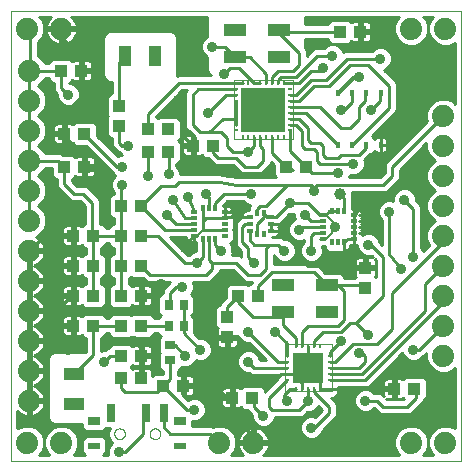
<source format=gtl>
G75*
%MOIN*%
%OFA0B0*%
%FSLAX25Y25*%
%IPPOS*%
%LPD*%
%AMOC8*
5,1,8,0,0,1.08239X$1,22.5*
%
%ADD10C,0.00000*%
%ADD11R,0.04331X0.03937*%
%ADD12R,0.03937X0.04331*%
%ADD13C,0.07400*%
%ADD14R,0.03543X0.02756*%
%ADD15R,0.02756X0.03543*%
%ADD16C,0.00197*%
%ADD17R,0.00984X0.01575*%
%ADD18R,0.01575X0.00984*%
%ADD19R,0.10236X0.10236*%
%ADD20R,0.01260X0.02165*%
%ADD21R,0.02165X0.01260*%
%ADD22R,0.06693X0.03937*%
%ADD23R,0.02362X0.01181*%
%ADD24R,0.01181X0.02362*%
%ADD25R,0.03937X0.06693*%
%ADD26R,0.14567X0.14567*%
%ADD27R,0.07480X0.04331*%
%ADD28R,0.02756X0.05906*%
%ADD29R,0.03937X0.02362*%
%ADD30R,0.03937X0.03150*%
%ADD31R,0.01575X0.02362*%
%ADD32C,0.03600*%
%ADD33C,0.01000*%
%ADD34C,0.00800*%
%ADD35C,0.00500*%
%ADD36C,0.03962*%
D10*
X0091500Y0094500D02*
X0091500Y0244500D01*
X0241500Y0244500D01*
X0241500Y0094500D01*
X0091500Y0094500D01*
X0125822Y0103500D02*
X0125824Y0103584D01*
X0125830Y0103667D01*
X0125840Y0103750D01*
X0125854Y0103833D01*
X0125871Y0103915D01*
X0125893Y0103996D01*
X0125918Y0104075D01*
X0125947Y0104154D01*
X0125980Y0104231D01*
X0126016Y0104306D01*
X0126056Y0104380D01*
X0126099Y0104452D01*
X0126146Y0104521D01*
X0126196Y0104588D01*
X0126249Y0104653D01*
X0126305Y0104715D01*
X0126363Y0104775D01*
X0126425Y0104832D01*
X0126489Y0104885D01*
X0126556Y0104936D01*
X0126625Y0104983D01*
X0126696Y0105028D01*
X0126769Y0105068D01*
X0126844Y0105105D01*
X0126921Y0105139D01*
X0126999Y0105169D01*
X0127078Y0105195D01*
X0127159Y0105218D01*
X0127241Y0105236D01*
X0127323Y0105251D01*
X0127406Y0105262D01*
X0127489Y0105269D01*
X0127573Y0105272D01*
X0127657Y0105271D01*
X0127740Y0105266D01*
X0127824Y0105257D01*
X0127906Y0105244D01*
X0127988Y0105228D01*
X0128069Y0105207D01*
X0128150Y0105183D01*
X0128228Y0105155D01*
X0128306Y0105123D01*
X0128382Y0105087D01*
X0128456Y0105048D01*
X0128528Y0105006D01*
X0128598Y0104960D01*
X0128666Y0104911D01*
X0128731Y0104859D01*
X0128794Y0104804D01*
X0128854Y0104746D01*
X0128912Y0104685D01*
X0128966Y0104621D01*
X0129018Y0104555D01*
X0129066Y0104487D01*
X0129111Y0104416D01*
X0129152Y0104343D01*
X0129191Y0104269D01*
X0129225Y0104193D01*
X0129256Y0104115D01*
X0129283Y0104036D01*
X0129307Y0103955D01*
X0129326Y0103874D01*
X0129342Y0103792D01*
X0129354Y0103709D01*
X0129362Y0103625D01*
X0129366Y0103542D01*
X0129366Y0103458D01*
X0129362Y0103375D01*
X0129354Y0103291D01*
X0129342Y0103208D01*
X0129326Y0103126D01*
X0129307Y0103045D01*
X0129283Y0102964D01*
X0129256Y0102885D01*
X0129225Y0102807D01*
X0129191Y0102731D01*
X0129152Y0102657D01*
X0129111Y0102584D01*
X0129066Y0102513D01*
X0129018Y0102445D01*
X0128966Y0102379D01*
X0128912Y0102315D01*
X0128854Y0102254D01*
X0128794Y0102196D01*
X0128731Y0102141D01*
X0128666Y0102089D01*
X0128598Y0102040D01*
X0128528Y0101994D01*
X0128456Y0101952D01*
X0128382Y0101913D01*
X0128306Y0101877D01*
X0128228Y0101845D01*
X0128150Y0101817D01*
X0128069Y0101793D01*
X0127988Y0101772D01*
X0127906Y0101756D01*
X0127824Y0101743D01*
X0127740Y0101734D01*
X0127657Y0101729D01*
X0127573Y0101728D01*
X0127489Y0101731D01*
X0127406Y0101738D01*
X0127323Y0101749D01*
X0127241Y0101764D01*
X0127159Y0101782D01*
X0127078Y0101805D01*
X0126999Y0101831D01*
X0126921Y0101861D01*
X0126844Y0101895D01*
X0126769Y0101932D01*
X0126696Y0101972D01*
X0126625Y0102017D01*
X0126556Y0102064D01*
X0126489Y0102115D01*
X0126425Y0102168D01*
X0126363Y0102225D01*
X0126305Y0102285D01*
X0126249Y0102347D01*
X0126196Y0102412D01*
X0126146Y0102479D01*
X0126099Y0102548D01*
X0126056Y0102620D01*
X0126016Y0102694D01*
X0125980Y0102769D01*
X0125947Y0102846D01*
X0125918Y0102925D01*
X0125893Y0103004D01*
X0125871Y0103085D01*
X0125854Y0103167D01*
X0125840Y0103250D01*
X0125830Y0103333D01*
X0125824Y0103416D01*
X0125822Y0103500D01*
X0137634Y0103500D02*
X0137636Y0103584D01*
X0137642Y0103667D01*
X0137652Y0103750D01*
X0137666Y0103833D01*
X0137683Y0103915D01*
X0137705Y0103996D01*
X0137730Y0104075D01*
X0137759Y0104154D01*
X0137792Y0104231D01*
X0137828Y0104306D01*
X0137868Y0104380D01*
X0137911Y0104452D01*
X0137958Y0104521D01*
X0138008Y0104588D01*
X0138061Y0104653D01*
X0138117Y0104715D01*
X0138175Y0104775D01*
X0138237Y0104832D01*
X0138301Y0104885D01*
X0138368Y0104936D01*
X0138437Y0104983D01*
X0138508Y0105028D01*
X0138581Y0105068D01*
X0138656Y0105105D01*
X0138733Y0105139D01*
X0138811Y0105169D01*
X0138890Y0105195D01*
X0138971Y0105218D01*
X0139053Y0105236D01*
X0139135Y0105251D01*
X0139218Y0105262D01*
X0139301Y0105269D01*
X0139385Y0105272D01*
X0139469Y0105271D01*
X0139552Y0105266D01*
X0139636Y0105257D01*
X0139718Y0105244D01*
X0139800Y0105228D01*
X0139881Y0105207D01*
X0139962Y0105183D01*
X0140040Y0105155D01*
X0140118Y0105123D01*
X0140194Y0105087D01*
X0140268Y0105048D01*
X0140340Y0105006D01*
X0140410Y0104960D01*
X0140478Y0104911D01*
X0140543Y0104859D01*
X0140606Y0104804D01*
X0140666Y0104746D01*
X0140724Y0104685D01*
X0140778Y0104621D01*
X0140830Y0104555D01*
X0140878Y0104487D01*
X0140923Y0104416D01*
X0140964Y0104343D01*
X0141003Y0104269D01*
X0141037Y0104193D01*
X0141068Y0104115D01*
X0141095Y0104036D01*
X0141119Y0103955D01*
X0141138Y0103874D01*
X0141154Y0103792D01*
X0141166Y0103709D01*
X0141174Y0103625D01*
X0141178Y0103542D01*
X0141178Y0103458D01*
X0141174Y0103375D01*
X0141166Y0103291D01*
X0141154Y0103208D01*
X0141138Y0103126D01*
X0141119Y0103045D01*
X0141095Y0102964D01*
X0141068Y0102885D01*
X0141037Y0102807D01*
X0141003Y0102731D01*
X0140964Y0102657D01*
X0140923Y0102584D01*
X0140878Y0102513D01*
X0140830Y0102445D01*
X0140778Y0102379D01*
X0140724Y0102315D01*
X0140666Y0102254D01*
X0140606Y0102196D01*
X0140543Y0102141D01*
X0140478Y0102089D01*
X0140410Y0102040D01*
X0140340Y0101994D01*
X0140268Y0101952D01*
X0140194Y0101913D01*
X0140118Y0101877D01*
X0140040Y0101845D01*
X0139962Y0101817D01*
X0139881Y0101793D01*
X0139800Y0101772D01*
X0139718Y0101756D01*
X0139636Y0101743D01*
X0139552Y0101734D01*
X0139469Y0101729D01*
X0139385Y0101728D01*
X0139301Y0101731D01*
X0139218Y0101738D01*
X0139135Y0101749D01*
X0139053Y0101764D01*
X0138971Y0101782D01*
X0138890Y0101805D01*
X0138811Y0101831D01*
X0138733Y0101861D01*
X0138656Y0101895D01*
X0138581Y0101932D01*
X0138508Y0101972D01*
X0138437Y0102017D01*
X0138368Y0102064D01*
X0138301Y0102115D01*
X0138237Y0102168D01*
X0138175Y0102225D01*
X0138117Y0102285D01*
X0138061Y0102347D01*
X0138008Y0102412D01*
X0137958Y0102479D01*
X0137911Y0102548D01*
X0137868Y0102620D01*
X0137828Y0102694D01*
X0137792Y0102769D01*
X0137759Y0102846D01*
X0137730Y0102925D01*
X0137705Y0103004D01*
X0137683Y0103085D01*
X0137666Y0103167D01*
X0137652Y0103250D01*
X0137642Y0103333D01*
X0137636Y0103416D01*
X0137634Y0103500D01*
D11*
X0142154Y0119500D03*
X0148846Y0119500D03*
X0134846Y0122000D03*
X0128154Y0122000D03*
X0128154Y0129500D03*
X0134846Y0129500D03*
X0134846Y0139500D03*
X0128154Y0139500D03*
X0118846Y0139500D03*
X0112154Y0139500D03*
X0112154Y0149500D03*
X0118846Y0149500D03*
X0118846Y0159500D03*
X0112154Y0159500D03*
X0112154Y0169500D03*
X0118846Y0169500D03*
X0128154Y0169500D03*
X0134846Y0169500D03*
X0134846Y0159500D03*
X0128154Y0159500D03*
X0128154Y0149500D03*
X0134846Y0149500D03*
X0134846Y0179500D03*
X0128154Y0179500D03*
X0115846Y0192500D03*
X0109154Y0192500D03*
X0109154Y0203500D03*
X0115846Y0203500D03*
X0137154Y0205000D03*
X0143846Y0205000D03*
X0143846Y0197500D03*
X0137154Y0197500D03*
X0152154Y0199500D03*
X0158846Y0199500D03*
X0183154Y0192500D03*
X0189846Y0192500D03*
X0173846Y0149500D03*
X0167154Y0149500D03*
X0165154Y0115500D03*
X0171846Y0115500D03*
X0219154Y0118500D03*
X0225846Y0118500D03*
X0114846Y0224500D03*
X0108154Y0224500D03*
X0201154Y0237500D03*
X0207846Y0237500D03*
D12*
X0127500Y0212846D03*
X0127500Y0206154D03*
X0163500Y0142346D03*
X0163500Y0135654D03*
X0209500Y0152154D03*
X0209500Y0158846D03*
D13*
X0235500Y0159500D03*
X0235500Y0149500D03*
X0235500Y0139500D03*
X0235500Y0129500D03*
X0236200Y0100500D03*
X0224800Y0100500D03*
X0172200Y0100500D03*
X0160800Y0100500D03*
X0108200Y0100500D03*
X0096800Y0100500D03*
X0097500Y0114500D03*
X0097500Y0124500D03*
X0097500Y0134500D03*
X0097500Y0144500D03*
X0097500Y0154500D03*
X0097500Y0164500D03*
X0097500Y0174500D03*
X0097500Y0184500D03*
X0097500Y0194500D03*
X0097500Y0204500D03*
X0097500Y0214500D03*
X0097500Y0224500D03*
X0096800Y0238500D03*
X0108200Y0238500D03*
X0224800Y0238500D03*
X0236200Y0238500D03*
X0235500Y0209500D03*
X0235500Y0199500D03*
X0235500Y0189500D03*
X0235500Y0179500D03*
X0235500Y0169500D03*
D14*
X0144500Y0133059D03*
X0144500Y0127941D03*
D15*
X0143941Y0139500D03*
X0149059Y0139500D03*
X0149059Y0146500D03*
X0143941Y0146500D03*
D16*
X0182626Y0133374D02*
X0182626Y0117626D01*
X0198374Y0117626D01*
X0198374Y0133374D01*
X0182626Y0133374D01*
X0185343Y0201657D02*
X0165657Y0201657D01*
X0165657Y0221343D01*
X0185343Y0221343D01*
X0185343Y0201657D01*
D17*
X0182390Y0202445D03*
X0180421Y0202445D03*
X0178453Y0202445D03*
X0176484Y0202445D03*
X0174516Y0202445D03*
X0172547Y0202445D03*
X0170579Y0202445D03*
X0168610Y0202445D03*
X0168610Y0220555D03*
X0170579Y0220555D03*
X0172547Y0220555D03*
X0174516Y0220555D03*
X0176484Y0220555D03*
X0178453Y0220555D03*
X0180421Y0220555D03*
X0182390Y0220555D03*
X0186563Y0132587D03*
X0188531Y0132587D03*
X0190500Y0132587D03*
X0192469Y0132587D03*
X0194437Y0132587D03*
X0194437Y0118413D03*
X0192469Y0118413D03*
X0190500Y0118413D03*
X0188531Y0118413D03*
X0186563Y0118413D03*
D18*
X0183413Y0121563D03*
X0183413Y0123531D03*
X0183413Y0125500D03*
X0183413Y0127469D03*
X0183413Y0129437D03*
X0197587Y0129437D03*
X0197587Y0127469D03*
X0197587Y0125500D03*
X0197587Y0123531D03*
X0197587Y0121563D03*
X0184555Y0204610D03*
X0184555Y0206579D03*
X0184555Y0208547D03*
X0184555Y0210516D03*
X0184555Y0212484D03*
X0184555Y0214453D03*
X0184555Y0216421D03*
X0184555Y0218390D03*
X0166445Y0218390D03*
X0166445Y0216421D03*
X0166445Y0214453D03*
X0166445Y0212484D03*
X0166445Y0210516D03*
X0166445Y0208547D03*
X0166445Y0206579D03*
X0166445Y0204610D03*
D19*
X0190500Y0125500D03*
D20*
X0175681Y0169957D03*
X0173319Y0169957D03*
X0173319Y0177043D03*
X0175681Y0177043D03*
D21*
X0178043Y0175862D03*
X0178043Y0173500D03*
X0178043Y0171138D03*
X0170957Y0171138D03*
X0170957Y0173500D03*
X0170957Y0175862D03*
D22*
X0112500Y0123421D03*
X0112500Y0113579D03*
D23*
X0152382Y0169563D03*
X0152382Y0171531D03*
X0152382Y0173500D03*
X0152382Y0175469D03*
X0152382Y0177437D03*
X0162618Y0177437D03*
X0162618Y0175469D03*
X0162618Y0173500D03*
X0162618Y0171531D03*
X0162618Y0169563D03*
X0195382Y0170531D03*
X0195382Y0168563D03*
X0195382Y0172500D03*
X0195382Y0174469D03*
X0195382Y0176437D03*
X0205618Y0176437D03*
X0205618Y0174469D03*
X0205618Y0172500D03*
X0205618Y0170531D03*
X0205618Y0168563D03*
D24*
X0202469Y0167382D03*
X0200500Y0167382D03*
X0198531Y0167382D03*
X0198531Y0177618D03*
X0200500Y0177618D03*
X0202469Y0177618D03*
X0159469Y0178618D03*
X0157500Y0178618D03*
X0155531Y0178618D03*
X0155531Y0168382D03*
X0157500Y0168382D03*
X0159469Y0168382D03*
D25*
X0139421Y0229500D03*
X0129579Y0229500D03*
D26*
X0175500Y0211500D03*
D27*
X0180783Y0228972D03*
X0180783Y0238028D03*
X0166217Y0238028D03*
X0166217Y0228972D03*
X0182217Y0153028D03*
X0182217Y0143972D03*
X0196783Y0143972D03*
X0196783Y0153028D03*
D28*
X0142358Y0110390D03*
X0136453Y0110390D03*
X0124642Y0110390D03*
D29*
X0119130Y0099563D03*
X0147870Y0099563D03*
D30*
X0147870Y0107831D03*
X0119130Y0107831D03*
D31*
X0200413Y0199839D03*
X0205138Y0199839D03*
X0209862Y0199839D03*
X0214587Y0199839D03*
X0214587Y0217161D03*
X0209862Y0217161D03*
X0205138Y0217161D03*
X0200413Y0217161D03*
D32*
X0201500Y0211500D03*
X0211500Y0211500D03*
X0207500Y0222500D03*
X0214500Y0228500D03*
X0198500Y0229500D03*
X0195500Y0225500D03*
X0177500Y0208500D03*
X0170500Y0197500D03*
X0166500Y0190500D03*
X0171500Y0183500D03*
X0166500Y0179500D03*
X0156500Y0183500D03*
X0150500Y0182500D03*
X0145500Y0181500D03*
X0143500Y0176500D03*
X0149500Y0165500D03*
X0153500Y0160500D03*
X0161500Y0164500D03*
X0166500Y0164500D03*
X0172500Y0160500D03*
X0182500Y0164500D03*
X0182500Y0171500D03*
X0187500Y0171500D03*
X0189500Y0176500D03*
X0184500Y0180500D03*
X0192500Y0184500D03*
X0200500Y0190500D03*
X0205500Y0193500D03*
X0211500Y0190500D03*
X0211500Y0182500D03*
X0217500Y0177500D03*
X0222500Y0181500D03*
X0210500Y0166500D03*
X0199500Y0172500D03*
X0191500Y0164500D03*
X0177500Y0190500D03*
X0157000Y0210500D03*
X0162500Y0223500D03*
X0158500Y0232500D03*
X0130500Y0199500D03*
X0128500Y0192500D03*
X0128500Y0186500D03*
X0121500Y0191500D03*
X0114500Y0177500D03*
X0137000Y0189500D03*
X0144000Y0190000D03*
X0110500Y0216500D03*
X0141500Y0153500D03*
X0148500Y0152500D03*
X0154500Y0152500D03*
X0170500Y0137500D03*
X0179500Y0137500D03*
X0170500Y0127500D03*
X0154500Y0131500D03*
X0149500Y0129500D03*
X0132500Y0134500D03*
X0122500Y0127500D03*
X0110500Y0131500D03*
X0127500Y0097500D03*
X0152500Y0111500D03*
X0175500Y0109500D03*
X0183500Y0114500D03*
X0190500Y0114500D03*
X0191500Y0105500D03*
X0209500Y0114500D03*
X0207500Y0130500D03*
X0210500Y0136500D03*
X0201500Y0134500D03*
X0225500Y0131500D03*
X0221500Y0158500D03*
X0225500Y0162500D03*
D33*
X0225500Y0178500D01*
X0222500Y0181500D01*
X0226300Y0181370D02*
X0230105Y0181370D01*
X0229800Y0180634D02*
X0230668Y0182729D01*
X0232271Y0184332D01*
X0232676Y0184500D01*
X0232271Y0184668D01*
X0230668Y0186271D01*
X0229800Y0188366D01*
X0229800Y0190634D01*
X0230668Y0192729D01*
X0232271Y0194332D01*
X0232676Y0194500D01*
X0232271Y0194668D01*
X0230668Y0196271D01*
X0229800Y0198366D01*
X0229800Y0200264D01*
X0221000Y0191464D01*
X0221000Y0189003D01*
X0220619Y0188084D01*
X0219916Y0187381D01*
X0216916Y0184381D01*
X0215997Y0184000D01*
X0204981Y0184000D01*
X0204981Y0182708D01*
X0204938Y0182603D01*
X0204968Y0182529D01*
X0204968Y0179718D01*
X0205059Y0179628D01*
X0205059Y0178528D01*
X0205618Y0178528D01*
X0205618Y0176437D01*
X0211500Y0182319D01*
X0211500Y0182500D01*
X0214279Y0179653D02*
X0213700Y0178256D01*
X0213700Y0176744D01*
X0214279Y0175347D01*
X0215000Y0174626D01*
X0215000Y0166536D01*
X0214300Y0167236D01*
X0214300Y0167256D01*
X0213721Y0168653D01*
X0212653Y0169721D01*
X0211256Y0170300D01*
X0209744Y0170300D01*
X0208347Y0169721D01*
X0208273Y0169647D01*
X0208299Y0169743D01*
X0208299Y0170531D01*
X0207413Y0170531D01*
X0207412Y0170531D01*
X0207413Y0170532D01*
X0208299Y0170532D01*
X0208299Y0171320D01*
X0208247Y0171516D01*
X0208299Y0171712D01*
X0208299Y0172500D01*
X0208299Y0173288D01*
X0208247Y0173484D01*
X0208299Y0173680D01*
X0208299Y0174468D01*
X0207413Y0174468D01*
X0207412Y0174469D01*
X0207413Y0174469D01*
X0208299Y0174469D01*
X0208299Y0175257D01*
X0208247Y0175453D01*
X0208299Y0175649D01*
X0208299Y0176437D01*
X0208299Y0177225D01*
X0208197Y0177607D01*
X0207999Y0177949D01*
X0207720Y0178228D01*
X0207378Y0178425D01*
X0206997Y0178528D01*
X0205618Y0178528D01*
X0205618Y0176437D01*
X0205618Y0174469D01*
X0205618Y0176437D01*
X0205618Y0176437D01*
X0205618Y0176437D01*
X0205618Y0174591D01*
X0205618Y0174469D01*
X0205618Y0174469D01*
X0205618Y0172500D01*
X0205618Y0170531D01*
X0205618Y0170531D01*
X0205618Y0168563D01*
X0205618Y0170531D01*
X0205618Y0170409D01*
X0205618Y0168563D01*
X0203650Y0168563D01*
X0202469Y0167382D01*
X0202469Y0163531D01*
X0202500Y0163500D01*
X0202500Y0161500D01*
X0200500Y0159500D01*
X0190500Y0159500D01*
X0186500Y0163500D01*
X0186500Y0167500D01*
X0182500Y0171500D01*
X0180500Y0173500D01*
X0178043Y0173500D01*
X0178043Y0171138D01*
X0178406Y0171500D01*
X0178311Y0171138D02*
X0180626Y0171138D01*
X0180626Y0171965D01*
X0180531Y0172319D01*
X0180626Y0172673D01*
X0180626Y0173473D01*
X0181278Y0173743D01*
X0184236Y0176700D01*
X0185256Y0176700D01*
X0185700Y0176884D01*
X0185700Y0175744D01*
X0186010Y0174996D01*
X0185347Y0174721D01*
X0184279Y0173653D01*
X0183700Y0172256D01*
X0183700Y0170744D01*
X0184279Y0169347D01*
X0185347Y0168279D01*
X0186744Y0167700D01*
X0188256Y0167700D01*
X0189000Y0168008D01*
X0189000Y0167374D01*
X0188279Y0166653D01*
X0187700Y0165256D01*
X0187700Y0163744D01*
X0188279Y0162347D01*
X0189347Y0161279D01*
X0190744Y0160700D01*
X0192256Y0160700D01*
X0193653Y0161279D01*
X0194721Y0162347D01*
X0195300Y0163744D01*
X0195300Y0165256D01*
X0195003Y0165972D01*
X0195941Y0165972D01*
X0195941Y0165372D01*
X0197113Y0164201D01*
X0201919Y0164201D01*
X0202419Y0164701D01*
X0202468Y0164701D01*
X0202468Y0164750D01*
X0202469Y0164750D01*
X0202469Y0164701D01*
X0203257Y0164701D01*
X0203638Y0164803D01*
X0203980Y0165000D01*
X0204259Y0165280D01*
X0204457Y0165622D01*
X0204559Y0166003D01*
X0204559Y0166472D01*
X0205618Y0166472D01*
X0205618Y0168563D01*
X0205618Y0168563D01*
X0205618Y0168563D01*
X0205618Y0166472D01*
X0206700Y0166472D01*
X0206700Y0165744D01*
X0207279Y0164347D01*
X0208347Y0163279D01*
X0209744Y0162700D01*
X0211256Y0162700D01*
X0211615Y0162849D01*
X0212065Y0162399D01*
X0212047Y0162410D01*
X0211666Y0162512D01*
X0209984Y0162512D01*
X0209984Y0159331D01*
X0209016Y0159331D01*
X0209016Y0162512D01*
X0207334Y0162512D01*
X0206953Y0162410D01*
X0206610Y0162212D01*
X0206331Y0161933D01*
X0206134Y0161591D01*
X0206031Y0161209D01*
X0206031Y0159331D01*
X0209016Y0159331D01*
X0209016Y0158362D01*
X0206031Y0158362D01*
X0206031Y0156484D01*
X0206134Y0156102D01*
X0206263Y0155879D01*
X0205912Y0155528D01*
X0202524Y0155528D01*
X0202524Y0156021D01*
X0201352Y0157193D01*
X0196154Y0157193D01*
X0193727Y0159619D01*
X0192808Y0160000D01*
X0179000Y0160000D01*
X0179000Y0163020D01*
X0179279Y0162347D01*
X0180347Y0161279D01*
X0181744Y0160700D01*
X0183256Y0160700D01*
X0184653Y0161279D01*
X0185721Y0162347D01*
X0186300Y0163744D01*
X0186300Y0165256D01*
X0185721Y0166653D01*
X0184653Y0167721D01*
X0183256Y0168300D01*
X0182236Y0168300D01*
X0181916Y0168619D01*
X0180997Y0169000D01*
X0178311Y0169000D01*
X0178311Y0169008D01*
X0179323Y0169008D01*
X0179705Y0169110D01*
X0180047Y0169308D01*
X0180326Y0169587D01*
X0180524Y0169929D01*
X0180626Y0170310D01*
X0180626Y0171138D01*
X0178311Y0171138D01*
X0178311Y0171138D01*
X0180626Y0171385D02*
X0183700Y0171385D01*
X0183753Y0172384D02*
X0180549Y0172384D01*
X0180626Y0173382D02*
X0184167Y0173382D01*
X0185007Y0174381D02*
X0181916Y0174381D01*
X0182915Y0175379D02*
X0185851Y0175379D01*
X0185700Y0176378D02*
X0183913Y0176378D01*
X0179862Y0175862D02*
X0184500Y0180500D01*
X0190319Y0180500D01*
X0194382Y0176437D01*
X0195382Y0176437D01*
X0196350Y0176437D01*
X0197531Y0177618D01*
X0198531Y0177618D01*
X0200500Y0177618D01*
X0202469Y0177618D02*
X0202469Y0182031D01*
X0201000Y0183500D01*
X0204981Y0183368D02*
X0219160Y0183368D01*
X0219279Y0183653D02*
X0218700Y0182256D01*
X0218700Y0181116D01*
X0218256Y0181300D01*
X0216744Y0181300D01*
X0215347Y0180721D01*
X0214279Y0179653D01*
X0214163Y0179373D02*
X0205059Y0179373D01*
X0204968Y0180372D02*
X0214998Y0180372D01*
X0213749Y0178375D02*
X0207465Y0178375D01*
X0208259Y0177376D02*
X0213700Y0177376D01*
X0213852Y0176378D02*
X0208299Y0176378D01*
X0208299Y0176437D02*
X0207413Y0176437D01*
X0207412Y0176437D01*
X0208299Y0176437D01*
X0208266Y0175379D02*
X0214265Y0175379D01*
X0215000Y0174381D02*
X0208299Y0174381D01*
X0208274Y0173382D02*
X0215000Y0173382D01*
X0215000Y0172384D02*
X0208299Y0172384D01*
X0208299Y0172500D02*
X0207413Y0172500D01*
X0207412Y0172500D01*
X0207413Y0172500D01*
X0208299Y0172500D01*
X0208282Y0171385D02*
X0215000Y0171385D01*
X0215000Y0170387D02*
X0208299Y0170387D01*
X0205618Y0170387D02*
X0205618Y0170387D01*
X0205618Y0170532D02*
X0205618Y0172500D01*
X0205618Y0174468D01*
X0205618Y0174468D01*
X0205618Y0172500D01*
X0205618Y0172500D01*
X0205618Y0172500D01*
X0205618Y0170532D01*
X0205618Y0170532D01*
X0205618Y0171385D02*
X0205618Y0171385D01*
X0205618Y0172384D02*
X0205618Y0172384D01*
X0205618Y0173382D02*
X0205618Y0173382D01*
X0205618Y0174381D02*
X0205618Y0174381D01*
X0205618Y0175379D02*
X0205618Y0175379D01*
X0205618Y0176378D02*
X0205618Y0176378D01*
X0205618Y0177376D02*
X0205618Y0177376D01*
X0205618Y0178375D02*
X0205618Y0178375D01*
X0204968Y0181370D02*
X0218700Y0181370D01*
X0218747Y0182369D02*
X0204968Y0182369D01*
X0203992Y0189000D02*
X0204300Y0189744D01*
X0204300Y0189884D01*
X0204744Y0189700D01*
X0206256Y0189700D01*
X0207653Y0190279D01*
X0208721Y0191347D01*
X0209300Y0192744D01*
X0209300Y0194256D01*
X0209151Y0194616D01*
X0211193Y0196657D01*
X0211478Y0196657D01*
X0212584Y0197763D01*
X0212599Y0197736D01*
X0212878Y0197457D01*
X0213220Y0197260D01*
X0213602Y0197157D01*
X0214587Y0197157D01*
X0215571Y0197157D01*
X0215953Y0197260D01*
X0216295Y0197457D01*
X0216574Y0197736D01*
X0216772Y0198078D01*
X0216874Y0198460D01*
X0216874Y0199839D01*
X0216874Y0201217D01*
X0216772Y0201599D01*
X0216574Y0201941D01*
X0216295Y0202220D01*
X0215953Y0202417D01*
X0215571Y0202520D01*
X0214587Y0202520D01*
X0214587Y0199839D01*
X0214587Y0199839D01*
X0216874Y0199839D01*
X0214587Y0199839D01*
X0214587Y0199839D01*
X0214587Y0202520D01*
X0213602Y0202520D01*
X0213220Y0202417D01*
X0212878Y0202220D01*
X0212599Y0201941D01*
X0212584Y0201914D01*
X0211666Y0202831D01*
X0219619Y0210785D01*
X0220000Y0211703D01*
X0220000Y0219997D01*
X0219619Y0220916D01*
X0218916Y0221619D01*
X0215666Y0224870D01*
X0216653Y0225279D01*
X0217721Y0226347D01*
X0218300Y0227744D01*
X0218300Y0229256D01*
X0217721Y0230653D01*
X0216653Y0231721D01*
X0215256Y0232300D01*
X0213744Y0232300D01*
X0212347Y0231721D01*
X0211626Y0231000D01*
X0203003Y0231000D01*
X0202140Y0230643D01*
X0201721Y0231653D01*
X0200653Y0232721D01*
X0199256Y0233300D01*
X0197744Y0233300D01*
X0196347Y0232721D01*
X0195626Y0232000D01*
X0193003Y0232000D01*
X0192084Y0231619D01*
X0191381Y0230916D01*
X0190000Y0229536D01*
X0190000Y0230997D01*
X0189619Y0231916D01*
X0189300Y0232236D01*
X0189300Y0235000D01*
X0196988Y0235000D01*
X0196988Y0234703D01*
X0198160Y0233531D01*
X0204147Y0233531D01*
X0204879Y0234263D01*
X0205102Y0234134D01*
X0205484Y0234031D01*
X0207362Y0234031D01*
X0207362Y0237016D01*
X0208331Y0237016D01*
X0208331Y0237984D01*
X0211512Y0237984D01*
X0211512Y0239666D01*
X0211410Y0240047D01*
X0211212Y0240390D01*
X0210933Y0240669D01*
X0210591Y0240866D01*
X0210209Y0240968D01*
X0208331Y0240968D01*
X0208331Y0237984D01*
X0207362Y0237984D01*
X0207362Y0240968D01*
X0205484Y0240968D01*
X0205102Y0240866D01*
X0204879Y0240737D01*
X0204147Y0241468D01*
X0198160Y0241468D01*
X0196988Y0240297D01*
X0196988Y0240000D01*
X0189300Y0240000D01*
X0189300Y0242500D01*
X0220739Y0242500D01*
X0219968Y0241729D01*
X0219100Y0239634D01*
X0219100Y0237366D01*
X0219968Y0235271D01*
X0221571Y0233668D01*
X0223666Y0232800D01*
X0225934Y0232800D01*
X0228029Y0233668D01*
X0229632Y0235271D01*
X0230500Y0237366D01*
X0231368Y0235271D01*
X0232971Y0233668D01*
X0235066Y0232800D01*
X0237334Y0232800D01*
X0239429Y0233668D01*
X0239500Y0233739D01*
X0239500Y0213561D01*
X0238729Y0214332D01*
X0236634Y0215200D01*
X0234366Y0215200D01*
X0232271Y0214332D01*
X0230668Y0212729D01*
X0229800Y0210634D01*
X0229800Y0208366D01*
X0230102Y0207637D01*
X0216381Y0193916D01*
X0216000Y0192997D01*
X0216000Y0190536D01*
X0214464Y0189000D01*
X0203992Y0189000D01*
X0204140Y0189359D02*
X0214823Y0189359D01*
X0215822Y0190357D02*
X0207731Y0190357D01*
X0208725Y0191356D02*
X0216000Y0191356D01*
X0216000Y0192354D02*
X0209138Y0192354D01*
X0209300Y0193353D02*
X0216147Y0193353D01*
X0216816Y0194351D02*
X0209261Y0194351D01*
X0209885Y0195350D02*
X0217814Y0195350D01*
X0218813Y0196348D02*
X0210884Y0196348D01*
X0212167Y0197347D02*
X0213070Y0197347D01*
X0214587Y0197347D02*
X0214587Y0197347D01*
X0214587Y0197157D02*
X0214587Y0199838D01*
X0214587Y0199838D01*
X0214587Y0197157D01*
X0214587Y0198345D02*
X0214587Y0198345D01*
X0214587Y0199344D02*
X0214587Y0199344D01*
X0214587Y0200342D02*
X0214587Y0200342D01*
X0214587Y0201341D02*
X0214587Y0201341D01*
X0214587Y0202339D02*
X0214587Y0202339D01*
X0216088Y0202339D02*
X0224804Y0202339D01*
X0225802Y0203338D02*
X0212172Y0203338D01*
X0212158Y0202339D02*
X0213085Y0202339D01*
X0213171Y0204336D02*
X0226801Y0204336D01*
X0227799Y0205335D02*
X0214170Y0205335D01*
X0215168Y0206333D02*
X0228798Y0206333D01*
X0229796Y0207332D02*
X0216167Y0207332D01*
X0217165Y0208330D02*
X0229815Y0208330D01*
X0229800Y0209329D02*
X0218164Y0209329D01*
X0219162Y0210327D02*
X0229800Y0210327D01*
X0230087Y0211326D02*
X0219844Y0211326D01*
X0220000Y0212324D02*
X0230500Y0212324D01*
X0231262Y0213323D02*
X0220000Y0213323D01*
X0220000Y0214321D02*
X0232260Y0214321D01*
X0227500Y0212752D02*
X0227500Y0226500D01*
X0216500Y0237500D01*
X0207846Y0237500D01*
X0208331Y0237287D02*
X0219133Y0237287D01*
X0219100Y0238286D02*
X0211512Y0238286D01*
X0211512Y0239284D02*
X0219100Y0239284D01*
X0219369Y0240283D02*
X0211274Y0240283D01*
X0208331Y0240283D02*
X0207362Y0240283D01*
X0207362Y0239284D02*
X0208331Y0239284D01*
X0208331Y0238286D02*
X0207362Y0238286D01*
X0208331Y0237016D02*
X0211512Y0237016D01*
X0211512Y0235334D01*
X0211410Y0234953D01*
X0211212Y0234610D01*
X0210933Y0234331D01*
X0210591Y0234134D01*
X0210209Y0234031D01*
X0208331Y0234031D01*
X0208331Y0237016D01*
X0208331Y0236289D02*
X0207362Y0236289D01*
X0207362Y0235290D02*
X0208331Y0235290D01*
X0208331Y0234292D02*
X0207362Y0234292D01*
X0210864Y0234292D02*
X0220947Y0234292D01*
X0219960Y0235290D02*
X0211500Y0235290D01*
X0211512Y0236289D02*
X0219546Y0236289D01*
X0222476Y0233293D02*
X0199273Y0233293D01*
X0197727Y0233293D02*
X0189300Y0233293D01*
X0189300Y0232295D02*
X0195921Y0232295D01*
X0197400Y0234292D02*
X0189300Y0234292D01*
X0189876Y0231296D02*
X0191761Y0231296D01*
X0190762Y0230298D02*
X0190000Y0230298D01*
X0187500Y0230500D02*
X0180783Y0237217D01*
X0180783Y0238028D01*
X0181311Y0237500D01*
X0201154Y0237500D01*
X0204335Y0241281D02*
X0219782Y0241281D01*
X0220519Y0242280D02*
X0189300Y0242280D01*
X0189300Y0241281D02*
X0197972Y0241281D01*
X0196988Y0240283D02*
X0189300Y0240283D01*
X0187500Y0230500D02*
X0187500Y0226500D01*
X0185500Y0224500D01*
X0180500Y0224500D01*
X0178500Y0222500D01*
X0178500Y0220602D01*
X0178453Y0220555D01*
X0176500Y0220571D02*
X0176484Y0220555D01*
X0176500Y0220571D02*
X0176500Y0223500D01*
X0171028Y0228972D01*
X0166217Y0228972D01*
X0162689Y0232500D01*
X0158500Y0232500D01*
X0155916Y0235290D02*
X0146800Y0235290D01*
X0146800Y0235557D02*
X0146374Y0236586D01*
X0145586Y0237374D01*
X0144557Y0237800D01*
X0124443Y0237800D01*
X0123414Y0237374D01*
X0122626Y0236586D01*
X0122200Y0235557D01*
X0122200Y0222943D01*
X0122626Y0221914D01*
X0123414Y0221126D01*
X0124443Y0220700D01*
X0125000Y0220700D01*
X0125000Y0217012D01*
X0124703Y0217012D01*
X0123531Y0215840D01*
X0123531Y0209853D01*
X0123884Y0209500D01*
X0123531Y0209147D01*
X0123531Y0203160D01*
X0124703Y0201988D01*
X0125000Y0201988D01*
X0125000Y0200003D01*
X0125381Y0199084D01*
X0126084Y0198381D01*
X0127084Y0197381D01*
X0127360Y0197266D01*
X0128326Y0196300D01*
X0127744Y0196300D01*
X0126922Y0195960D01*
X0120012Y0202870D01*
X0120012Y0206297D01*
X0118840Y0207468D01*
X0112853Y0207468D01*
X0112121Y0206737D01*
X0111898Y0206866D01*
X0111516Y0206968D01*
X0109638Y0206968D01*
X0109638Y0203984D01*
X0108669Y0203984D01*
X0108669Y0203016D01*
X0105488Y0203016D01*
X0105488Y0201334D01*
X0105590Y0200953D01*
X0105788Y0200610D01*
X0106067Y0200331D01*
X0106409Y0200134D01*
X0106791Y0200031D01*
X0108669Y0200031D01*
X0108669Y0203016D01*
X0109638Y0203016D01*
X0109638Y0200031D01*
X0111516Y0200031D01*
X0111898Y0200134D01*
X0112121Y0200263D01*
X0112853Y0199531D01*
X0116279Y0199531D01*
X0125148Y0190663D01*
X0125279Y0190347D01*
X0126126Y0189500D01*
X0125279Y0188653D01*
X0124700Y0187256D01*
X0124700Y0185744D01*
X0125279Y0184347D01*
X0125654Y0183972D01*
X0125654Y0183468D01*
X0125160Y0183468D01*
X0123988Y0182297D01*
X0123988Y0176703D01*
X0125160Y0175531D01*
X0125654Y0175531D01*
X0125654Y0173468D01*
X0125160Y0173468D01*
X0123988Y0172297D01*
X0123988Y0172000D01*
X0123012Y0172000D01*
X0123012Y0172297D01*
X0121840Y0173468D01*
X0121000Y0173468D01*
X0121000Y0180997D01*
X0120619Y0181916D01*
X0119916Y0182619D01*
X0116916Y0185619D01*
X0115997Y0186000D01*
X0113536Y0186000D01*
X0111654Y0187882D01*
X0111654Y0188531D01*
X0112147Y0188531D01*
X0112879Y0189263D01*
X0113102Y0189134D01*
X0113484Y0189031D01*
X0115362Y0189031D01*
X0115362Y0192016D01*
X0116331Y0192016D01*
X0116331Y0192984D01*
X0119512Y0192984D01*
X0119512Y0194666D01*
X0119410Y0195047D01*
X0119212Y0195390D01*
X0118933Y0195669D01*
X0118591Y0195866D01*
X0118209Y0195968D01*
X0116331Y0195968D01*
X0116331Y0192984D01*
X0115362Y0192984D01*
X0115362Y0195968D01*
X0113484Y0195968D01*
X0113102Y0195866D01*
X0112879Y0195737D01*
X0112147Y0196468D01*
X0108721Y0196468D01*
X0108570Y0196619D01*
X0107651Y0197000D01*
X0102634Y0197000D01*
X0102332Y0197729D01*
X0100729Y0199332D01*
X0100324Y0199500D01*
X0100729Y0199668D01*
X0102332Y0201271D01*
X0103200Y0203366D01*
X0103200Y0205634D01*
X0102332Y0207729D01*
X0100729Y0209332D01*
X0100324Y0209500D01*
X0100729Y0209668D01*
X0102332Y0211271D01*
X0103200Y0213366D01*
X0103200Y0215634D01*
X0102332Y0217729D01*
X0100729Y0219332D01*
X0100324Y0219500D01*
X0100729Y0219668D01*
X0102332Y0221271D01*
X0102634Y0222000D01*
X0103988Y0222000D01*
X0103988Y0221703D01*
X0105160Y0220531D01*
X0105654Y0220531D01*
X0105654Y0218349D01*
X0106034Y0217430D01*
X0106700Y0216764D01*
X0106700Y0215744D01*
X0107279Y0214347D01*
X0108347Y0213279D01*
X0109744Y0212700D01*
X0111256Y0212700D01*
X0112653Y0213279D01*
X0113721Y0214347D01*
X0114300Y0215744D01*
X0114300Y0217256D01*
X0113721Y0218653D01*
X0112653Y0219721D01*
X0111256Y0220300D01*
X0110654Y0220300D01*
X0110654Y0220531D01*
X0111147Y0220531D01*
X0111879Y0221263D01*
X0112102Y0221134D01*
X0112484Y0221031D01*
X0114362Y0221031D01*
X0114362Y0224016D01*
X0115331Y0224016D01*
X0115331Y0224984D01*
X0118512Y0224984D01*
X0118512Y0226666D01*
X0118410Y0227047D01*
X0118212Y0227390D01*
X0117933Y0227669D01*
X0117591Y0227866D01*
X0117209Y0227968D01*
X0115331Y0227968D01*
X0115331Y0224984D01*
X0114362Y0224984D01*
X0114362Y0227968D01*
X0112484Y0227968D01*
X0112102Y0227866D01*
X0111879Y0227737D01*
X0111147Y0228468D01*
X0105160Y0228468D01*
X0103988Y0227297D01*
X0103988Y0227000D01*
X0102634Y0227000D01*
X0102332Y0227729D01*
X0100729Y0229332D01*
X0100300Y0229510D01*
X0100300Y0233939D01*
X0101632Y0235271D01*
X0102500Y0237366D01*
X0102500Y0239634D01*
X0101632Y0241729D01*
X0100861Y0242500D01*
X0104859Y0242500D01*
X0104812Y0242466D01*
X0104234Y0241888D01*
X0103753Y0241225D01*
X0103381Y0240496D01*
X0103128Y0239718D01*
X0103014Y0239000D01*
X0107700Y0239000D01*
X0107700Y0238000D01*
X0108700Y0238000D01*
X0108700Y0239000D01*
X0113386Y0239000D01*
X0113272Y0239718D01*
X0113019Y0240496D01*
X0112647Y0241225D01*
X0112166Y0241888D01*
X0111588Y0242466D01*
X0111541Y0242500D01*
X0156700Y0242500D01*
X0156700Y0235867D01*
X0156347Y0235721D01*
X0155279Y0234653D01*
X0154700Y0233256D01*
X0154700Y0231744D01*
X0155279Y0230347D01*
X0156347Y0229279D01*
X0156700Y0229132D01*
X0156700Y0224943D01*
X0157126Y0223914D01*
X0157914Y0223126D01*
X0158219Y0223000D01*
X0147003Y0223000D01*
X0146786Y0222910D01*
X0146800Y0222943D01*
X0146800Y0235557D01*
X0146497Y0236289D02*
X0156700Y0236289D01*
X0156700Y0237287D02*
X0145673Y0237287D01*
X0146800Y0234292D02*
X0155129Y0234292D01*
X0154715Y0233293D02*
X0146800Y0233293D01*
X0146800Y0232295D02*
X0154700Y0232295D01*
X0154886Y0231296D02*
X0146800Y0231296D01*
X0146800Y0230298D02*
X0155328Y0230298D01*
X0156327Y0229299D02*
X0146800Y0229299D01*
X0146800Y0228301D02*
X0156700Y0228301D01*
X0156700Y0227302D02*
X0146800Y0227302D01*
X0146800Y0226303D02*
X0156700Y0226303D01*
X0156700Y0225305D02*
X0146800Y0225305D01*
X0146800Y0224306D02*
X0156964Y0224306D01*
X0157732Y0223308D02*
X0146800Y0223308D01*
X0147500Y0220500D02*
X0168555Y0220500D01*
X0168610Y0220555D01*
X0166445Y0218390D02*
X0153890Y0218390D01*
X0152000Y0216500D01*
X0152000Y0206500D01*
X0154500Y0204000D01*
X0157500Y0204000D01*
X0162000Y0208500D01*
X0166429Y0208500D01*
X0166445Y0208484D01*
X0166445Y0206579D01*
X0166421Y0206579D01*
X0166429Y0208500D02*
X0166445Y0212484D01*
X0166445Y0214453D01*
X0166445Y0216421D02*
X0162921Y0216421D01*
X0157000Y0210500D01*
X0157500Y0204000D02*
X0161500Y0204000D01*
X0163500Y0202000D01*
X0163500Y0199500D01*
X0165500Y0197500D01*
X0170500Y0197500D01*
X0172547Y0199547D01*
X0172547Y0202445D01*
X0174516Y0202445D02*
X0174516Y0199484D01*
X0175500Y0198500D01*
X0175500Y0194500D01*
X0173500Y0192500D01*
X0169500Y0192500D01*
X0166500Y0195500D01*
X0160500Y0195500D01*
X0158846Y0197154D01*
X0158846Y0199500D01*
X0156933Y0195531D02*
X0157430Y0195034D01*
X0159084Y0193381D01*
X0160003Y0193000D01*
X0165464Y0193000D01*
X0167381Y0191084D01*
X0167381Y0191084D01*
X0168084Y0190381D01*
X0169003Y0190000D01*
X0173997Y0190000D01*
X0174916Y0190381D01*
X0175619Y0191084D01*
X0177619Y0193084D01*
X0178000Y0194003D01*
X0178000Y0194118D01*
X0178988Y0193130D01*
X0178988Y0189703D01*
X0179691Y0189000D01*
X0166725Y0189000D01*
X0161710Y0189912D01*
X0161497Y0190000D01*
X0161225Y0190000D01*
X0160958Y0190049D01*
X0160733Y0190000D01*
X0147800Y0190000D01*
X0147800Y0190756D01*
X0147221Y0192153D01*
X0146500Y0192874D01*
X0146500Y0193531D01*
X0146840Y0193531D01*
X0148012Y0194703D01*
X0148012Y0200297D01*
X0147059Y0201250D01*
X0148012Y0202203D01*
X0148012Y0207797D01*
X0146840Y0208968D01*
X0140853Y0208968D01*
X0140500Y0208616D01*
X0140147Y0208968D01*
X0139654Y0208968D01*
X0139654Y0209118D01*
X0148536Y0218000D01*
X0149964Y0218000D01*
X0149881Y0217916D01*
X0149500Y0216997D01*
X0149500Y0206003D01*
X0149881Y0205084D01*
X0150584Y0204381D01*
X0152638Y0202327D01*
X0152638Y0199984D01*
X0151669Y0199984D01*
X0151669Y0199016D01*
X0148488Y0199016D01*
X0148488Y0197334D01*
X0148590Y0196953D01*
X0148788Y0196610D01*
X0149067Y0196331D01*
X0149409Y0196134D01*
X0149791Y0196031D01*
X0151669Y0196031D01*
X0151669Y0199016D01*
X0152638Y0199016D01*
X0152638Y0196031D01*
X0154516Y0196031D01*
X0154898Y0196134D01*
X0155121Y0196263D01*
X0155853Y0195531D01*
X0156933Y0195531D01*
X0157115Y0195350D02*
X0148012Y0195350D01*
X0148012Y0196348D02*
X0149050Y0196348D01*
X0148488Y0197347D02*
X0148012Y0197347D01*
X0148012Y0198345D02*
X0148488Y0198345D01*
X0148012Y0199344D02*
X0151669Y0199344D01*
X0152154Y0199500D02*
X0148500Y0203154D01*
X0148500Y0213000D01*
X0147000Y0214500D01*
X0145855Y0215320D02*
X0149500Y0215320D01*
X0149500Y0216318D02*
X0146854Y0216318D01*
X0147852Y0217317D02*
X0149632Y0217317D01*
X0149500Y0214321D02*
X0144857Y0214321D01*
X0143858Y0213323D02*
X0149500Y0213323D01*
X0149500Y0212324D02*
X0142860Y0212324D01*
X0141861Y0211326D02*
X0149500Y0211326D01*
X0149500Y0210327D02*
X0140863Y0210327D01*
X0139864Y0209329D02*
X0149500Y0209329D01*
X0149500Y0208330D02*
X0147478Y0208330D01*
X0148012Y0207332D02*
X0149500Y0207332D01*
X0149500Y0206333D02*
X0148012Y0206333D01*
X0148012Y0205335D02*
X0149777Y0205335D01*
X0150628Y0204336D02*
X0148012Y0204336D01*
X0148012Y0203338D02*
X0151627Y0203338D01*
X0151669Y0202968D02*
X0149791Y0202968D01*
X0149409Y0202866D01*
X0149067Y0202669D01*
X0148788Y0202390D01*
X0148590Y0202047D01*
X0148488Y0201666D01*
X0148488Y0199984D01*
X0151669Y0199984D01*
X0151669Y0202968D01*
X0151669Y0202339D02*
X0152625Y0202339D01*
X0152638Y0201341D02*
X0151669Y0201341D01*
X0151669Y0200342D02*
X0152638Y0200342D01*
X0152154Y0199500D02*
X0152154Y0192846D01*
X0154500Y0190500D01*
X0166500Y0190500D01*
X0177500Y0190500D01*
X0178988Y0190357D02*
X0174859Y0190357D01*
X0175891Y0191356D02*
X0178988Y0191356D01*
X0178988Y0192354D02*
X0176890Y0192354D01*
X0177731Y0193353D02*
X0178765Y0193353D01*
X0178500Y0197154D02*
X0183154Y0192500D01*
X0185500Y0191500D01*
X0189846Y0192500D02*
X0191846Y0190500D01*
X0200500Y0190500D01*
X0205500Y0193500D02*
X0194500Y0193500D01*
X0193500Y0194500D01*
X0193500Y0197500D01*
X0192500Y0198500D01*
X0189500Y0198500D01*
X0188500Y0199500D01*
X0188500Y0204500D01*
X0186500Y0206500D01*
X0184634Y0206500D01*
X0184555Y0206579D01*
X0184602Y0208500D02*
X0187500Y0208500D01*
X0190500Y0205500D01*
X0190500Y0201500D01*
X0191500Y0200500D01*
X0194500Y0200500D01*
X0195500Y0199500D01*
X0195500Y0196500D01*
X0196500Y0195500D01*
X0200500Y0195500D01*
X0201500Y0196500D01*
X0207500Y0196500D01*
X0209862Y0198862D01*
X0209862Y0199839D01*
X0205138Y0199839D02*
X0217500Y0212201D01*
X0217500Y0219500D01*
X0210500Y0226500D01*
X0204500Y0226500D01*
X0197500Y0219500D01*
X0192500Y0219500D01*
X0187500Y0214500D01*
X0185500Y0214500D01*
X0185453Y0214453D01*
X0184555Y0214453D01*
X0184555Y0216421D02*
X0184634Y0216500D01*
X0186500Y0216500D01*
X0191500Y0221500D01*
X0196500Y0221500D01*
X0203500Y0228500D01*
X0214500Y0228500D01*
X0211922Y0231296D02*
X0201869Y0231296D01*
X0201079Y0232295D02*
X0213731Y0232295D01*
X0215269Y0232295D02*
X0239500Y0232295D01*
X0239500Y0233293D02*
X0238524Y0233293D01*
X0239500Y0231296D02*
X0217078Y0231296D01*
X0217869Y0230298D02*
X0239500Y0230298D01*
X0239500Y0229299D02*
X0218282Y0229299D01*
X0218300Y0228301D02*
X0239500Y0228301D01*
X0239500Y0227302D02*
X0218117Y0227302D01*
X0217677Y0226303D02*
X0239500Y0226303D01*
X0239500Y0225305D02*
X0216679Y0225305D01*
X0216229Y0224306D02*
X0239500Y0224306D01*
X0239500Y0223308D02*
X0217228Y0223308D01*
X0218226Y0222309D02*
X0239500Y0222309D01*
X0239500Y0221311D02*
X0219225Y0221311D01*
X0219869Y0220312D02*
X0239500Y0220312D01*
X0239500Y0219314D02*
X0220000Y0219314D01*
X0220000Y0218315D02*
X0239500Y0218315D01*
X0239500Y0217317D02*
X0220000Y0217317D01*
X0220000Y0216318D02*
X0239500Y0216318D01*
X0239500Y0215320D02*
X0220000Y0215320D01*
X0214500Y0214500D02*
X0211500Y0211500D01*
X0209500Y0214500D02*
X0207500Y0212500D01*
X0207500Y0208500D01*
X0204500Y0205500D01*
X0201500Y0205500D01*
X0194516Y0212484D01*
X0184555Y0212484D01*
X0184555Y0210516D02*
X0184571Y0210500D01*
X0189752Y0210500D01*
X0200413Y0199839D01*
X0201500Y0211500D02*
X0202500Y0211500D01*
X0205138Y0214138D01*
X0205138Y0217161D01*
X0209500Y0216799D02*
X0209500Y0214500D01*
X0209500Y0216799D02*
X0209862Y0217161D01*
X0214500Y0217075D02*
X0214500Y0217000D01*
X0214500Y0214500D01*
X0214500Y0217075D02*
X0214587Y0217161D01*
X0214500Y0217075D02*
X0214500Y0217248D01*
X0207500Y0222500D02*
X0205752Y0222500D01*
X0200413Y0217161D01*
X0200413Y0217413D02*
X0205500Y0222500D01*
X0207500Y0222500D01*
X0198500Y0229500D02*
X0193500Y0229500D01*
X0186500Y0222500D01*
X0181500Y0222500D01*
X0180421Y0221421D01*
X0180421Y0220555D01*
X0182390Y0220555D02*
X0182445Y0220500D01*
X0187500Y0220500D01*
X0191500Y0224500D01*
X0194500Y0224500D01*
X0195500Y0225500D01*
X0184555Y0208547D02*
X0184602Y0208500D01*
X0184555Y0204610D02*
X0184555Y0197791D01*
X0189846Y0192500D01*
X0191500Y0186500D02*
X0183500Y0186500D01*
X0166500Y0186500D01*
X0161000Y0187500D01*
X0147500Y0187500D01*
X0146000Y0186000D01*
X0141346Y0186000D01*
X0134846Y0179500D01*
X0142815Y0171531D01*
X0152382Y0171531D01*
X0152350Y0171500D01*
X0152382Y0169563D02*
X0149500Y0166681D01*
X0149500Y0165500D01*
X0149140Y0164396D02*
X0153031Y0164396D01*
X0153031Y0164300D02*
X0152744Y0164300D01*
X0151347Y0163721D01*
X0150626Y0163000D01*
X0150536Y0163000D01*
X0144504Y0169031D01*
X0149701Y0169031D01*
X0149701Y0168775D01*
X0149803Y0168393D01*
X0150000Y0168051D01*
X0150280Y0167772D01*
X0150622Y0167575D01*
X0151003Y0167472D01*
X0152382Y0167472D01*
X0152941Y0167472D01*
X0152941Y0166372D01*
X0153031Y0166282D01*
X0153031Y0164300D01*
X0153031Y0165394D02*
X0148141Y0165394D01*
X0147143Y0166393D02*
X0152941Y0166393D01*
X0152941Y0167391D02*
X0146144Y0167391D01*
X0145146Y0168390D02*
X0149805Y0168390D01*
X0152382Y0168390D02*
X0152382Y0168390D01*
X0152382Y0168941D02*
X0152382Y0167472D01*
X0152382Y0168941D01*
X0152382Y0168941D01*
X0152382Y0169563D02*
X0153563Y0169563D01*
X0155500Y0168350D02*
X0155531Y0168382D01*
X0155531Y0162531D01*
X0153500Y0160500D01*
X0149500Y0160500D01*
X0140500Y0169500D01*
X0134846Y0169500D01*
X0128154Y0169500D02*
X0118846Y0169500D01*
X0118500Y0169846D01*
X0118500Y0180500D01*
X0115500Y0183500D01*
X0112500Y0183500D01*
X0109154Y0186846D01*
X0109154Y0192500D01*
X0107154Y0194500D01*
X0097500Y0194500D01*
X0097500Y0204500D01*
X0097500Y0214500D01*
X0097500Y0224500D01*
X0097800Y0224800D01*
X0097800Y0237500D01*
X0096800Y0238500D01*
X0102054Y0236289D02*
X0103491Y0236289D01*
X0103381Y0236504D02*
X0103753Y0235775D01*
X0104234Y0235112D01*
X0104812Y0234534D01*
X0105475Y0234053D01*
X0106204Y0233681D01*
X0106982Y0233428D01*
X0107700Y0233314D01*
X0107700Y0238000D01*
X0103014Y0238000D01*
X0103128Y0237282D01*
X0103381Y0236504D01*
X0103127Y0237287D02*
X0102467Y0237287D01*
X0102500Y0238286D02*
X0107700Y0238286D01*
X0108200Y0238500D02*
X0108200Y0235800D01*
X0115500Y0228500D01*
X0115500Y0225154D01*
X0114846Y0224500D01*
X0114846Y0215846D01*
X0109500Y0210500D01*
X0109500Y0203846D01*
X0109154Y0203500D01*
X0109154Y0202846D01*
X0116500Y0195500D01*
X0116500Y0193154D01*
X0115846Y0192500D01*
X0116846Y0191500D01*
X0121500Y0191500D01*
X0119512Y0191356D02*
X0124455Y0191356D01*
X0125275Y0190357D02*
X0119512Y0190357D01*
X0119512Y0190334D02*
X0119512Y0192016D01*
X0116331Y0192016D01*
X0116331Y0189031D01*
X0118209Y0189031D01*
X0118591Y0189134D01*
X0118933Y0189331D01*
X0119212Y0189610D01*
X0119410Y0189953D01*
X0119512Y0190334D01*
X0118960Y0189359D02*
X0125985Y0189359D01*
X0125157Y0188360D02*
X0111654Y0188360D01*
X0112174Y0187362D02*
X0124744Y0187362D01*
X0124700Y0186363D02*
X0113172Y0186363D01*
X0115362Y0189359D02*
X0116331Y0189359D01*
X0116331Y0190357D02*
X0115362Y0190357D01*
X0115362Y0191356D02*
X0116331Y0191356D01*
X0116331Y0192354D02*
X0123457Y0192354D01*
X0122458Y0193353D02*
X0119512Y0193353D01*
X0119512Y0194351D02*
X0121460Y0194351D01*
X0120461Y0195350D02*
X0119235Y0195350D01*
X0119463Y0196348D02*
X0112268Y0196348D01*
X0115362Y0195350D02*
X0116331Y0195350D01*
X0116331Y0194351D02*
X0115362Y0194351D01*
X0115362Y0193353D02*
X0116331Y0193353D01*
X0118464Y0197347D02*
X0102491Y0197347D01*
X0101716Y0198345D02*
X0117466Y0198345D01*
X0116467Y0199344D02*
X0100701Y0199344D01*
X0101403Y0200342D02*
X0106056Y0200342D01*
X0105488Y0201341D02*
X0102361Y0201341D01*
X0102775Y0202339D02*
X0105488Y0202339D01*
X0105488Y0203984D02*
X0108669Y0203984D01*
X0108669Y0206968D01*
X0106791Y0206968D01*
X0106409Y0206866D01*
X0106067Y0206669D01*
X0105788Y0206390D01*
X0105590Y0206047D01*
X0105488Y0205666D01*
X0105488Y0203984D01*
X0105488Y0204336D02*
X0103200Y0204336D01*
X0103188Y0203338D02*
X0108669Y0203338D01*
X0108669Y0204336D02*
X0109638Y0204336D01*
X0109638Y0205335D02*
X0108669Y0205335D01*
X0108669Y0206333D02*
X0109638Y0206333D01*
X0112716Y0207332D02*
X0102497Y0207332D01*
X0102910Y0206333D02*
X0105755Y0206333D01*
X0105488Y0205335D02*
X0103200Y0205335D01*
X0101731Y0208330D02*
X0123531Y0208330D01*
X0123531Y0207332D02*
X0118977Y0207332D01*
X0119975Y0206333D02*
X0123531Y0206333D01*
X0123531Y0205335D02*
X0120012Y0205335D01*
X0120012Y0204336D02*
X0123531Y0204336D01*
X0123531Y0203338D02*
X0120012Y0203338D01*
X0120543Y0202339D02*
X0124352Y0202339D01*
X0125000Y0201341D02*
X0121541Y0201341D01*
X0122540Y0200342D02*
X0125000Y0200342D01*
X0125273Y0199344D02*
X0123538Y0199344D01*
X0124537Y0198345D02*
X0126119Y0198345D01*
X0125535Y0197347D02*
X0127166Y0197347D01*
X0126534Y0196348D02*
X0128278Y0196348D01*
X0128500Y0199500D02*
X0127500Y0200500D01*
X0127500Y0206154D01*
X0123713Y0209329D02*
X0100732Y0209329D01*
X0101388Y0210327D02*
X0123531Y0210327D01*
X0123531Y0211326D02*
X0102355Y0211326D01*
X0102768Y0212324D02*
X0123531Y0212324D01*
X0123531Y0213323D02*
X0112697Y0213323D01*
X0113695Y0214321D02*
X0123531Y0214321D01*
X0123531Y0215320D02*
X0114124Y0215320D01*
X0114300Y0216318D02*
X0124010Y0216318D01*
X0125000Y0217317D02*
X0114275Y0217317D01*
X0113861Y0218315D02*
X0125000Y0218315D01*
X0125000Y0219314D02*
X0113060Y0219314D01*
X0114362Y0221311D02*
X0115331Y0221311D01*
X0115331Y0221031D02*
X0117209Y0221031D01*
X0117591Y0221134D01*
X0117933Y0221331D01*
X0118212Y0221610D01*
X0118410Y0221953D01*
X0118512Y0222334D01*
X0118512Y0224016D01*
X0115331Y0224016D01*
X0115331Y0221031D01*
X0115331Y0222309D02*
X0114362Y0222309D01*
X0114362Y0223308D02*
X0115331Y0223308D01*
X0115331Y0224306D02*
X0122200Y0224306D01*
X0122200Y0223308D02*
X0118512Y0223308D01*
X0118505Y0222309D02*
X0122462Y0222309D01*
X0123229Y0221311D02*
X0117898Y0221311D01*
X0118512Y0225305D02*
X0122200Y0225305D01*
X0122200Y0226303D02*
X0118512Y0226303D01*
X0118263Y0227302D02*
X0122200Y0227302D01*
X0122200Y0228301D02*
X0111315Y0228301D01*
X0114362Y0227302D02*
X0115331Y0227302D01*
X0115331Y0226303D02*
X0114362Y0226303D01*
X0114362Y0225305D02*
X0115331Y0225305D01*
X0110654Y0220312D02*
X0125000Y0220312D01*
X0127500Y0227421D02*
X0129579Y0229500D01*
X0127500Y0227421D02*
X0127500Y0212846D01*
X0137154Y0210154D02*
X0137154Y0205000D01*
X0137154Y0210154D02*
X0147500Y0220500D01*
X0162500Y0223500D02*
X0164500Y0225500D01*
X0167500Y0225500D01*
X0172500Y0220500D01*
X0172571Y0220571D01*
X0174500Y0220571D01*
X0174516Y0220555D01*
X0172547Y0220555D01*
X0175500Y0211500D02*
X0175500Y0210500D01*
X0177500Y0208500D01*
X0176000Y0208330D02*
X0175000Y0208330D01*
X0175000Y0207332D02*
X0176000Y0207332D01*
X0176000Y0206333D02*
X0175000Y0206333D01*
X0175000Y0205335D02*
X0176000Y0205335D01*
X0176000Y0205232D02*
X0175164Y0205232D01*
X0175000Y0205232D01*
X0175000Y0211000D01*
X0176000Y0211000D01*
X0176000Y0205232D01*
X0178453Y0202445D02*
X0178500Y0202398D01*
X0178500Y0197154D01*
X0179333Y0189359D02*
X0164753Y0189359D01*
X0167109Y0191356D02*
X0147552Y0191356D01*
X0147800Y0190357D02*
X0168141Y0190357D01*
X0166110Y0192354D02*
X0147020Y0192354D01*
X0146500Y0193353D02*
X0159151Y0193353D01*
X0158113Y0194351D02*
X0147660Y0194351D01*
X0144500Y0196846D02*
X0144000Y0196346D01*
X0144000Y0190000D01*
X0144500Y0196846D02*
X0143846Y0197500D01*
X0147967Y0200342D02*
X0148488Y0200342D01*
X0148488Y0201341D02*
X0147149Y0201341D01*
X0148012Y0202339D02*
X0148759Y0202339D01*
X0151669Y0198345D02*
X0152638Y0198345D01*
X0152638Y0197347D02*
X0151669Y0197347D01*
X0151669Y0196348D02*
X0152638Y0196348D01*
X0156500Y0183500D02*
X0157500Y0182500D01*
X0157500Y0178618D01*
X0155531Y0178618D02*
X0155500Y0178587D01*
X0155500Y0174500D01*
X0156469Y0175469D01*
X0162618Y0175469D01*
X0163012Y0175862D01*
X0167862Y0175862D01*
X0166500Y0174500D01*
X0166500Y0164500D01*
X0167070Y0165394D02*
X0165243Y0165394D01*
X0165300Y0165256D02*
X0164721Y0166653D01*
X0164402Y0166972D01*
X0164628Y0166972D01*
X0165799Y0168144D01*
X0165799Y0170982D01*
X0165299Y0171482D01*
X0165299Y0171531D01*
X0165250Y0171531D01*
X0165250Y0171531D01*
X0165250Y0171532D01*
X0165299Y0171532D01*
X0165299Y0171581D01*
X0165799Y0172081D01*
X0165799Y0174919D01*
X0165299Y0175419D01*
X0165299Y0175468D01*
X0165250Y0175468D01*
X0165250Y0175469D01*
X0165299Y0175469D01*
X0165299Y0176257D01*
X0165247Y0176453D01*
X0165299Y0176649D01*
X0165299Y0177437D01*
X0165299Y0178225D01*
X0165197Y0178607D01*
X0164999Y0178949D01*
X0164720Y0179228D01*
X0164378Y0179425D01*
X0163997Y0179528D01*
X0162618Y0179528D01*
X0162063Y0179528D01*
X0163536Y0181000D01*
X0168626Y0181000D01*
X0169347Y0180279D01*
X0170744Y0179700D01*
X0171185Y0179700D01*
X0171009Y0179274D01*
X0170689Y0178954D01*
X0170689Y0177992D01*
X0169677Y0177992D01*
X0169295Y0177890D01*
X0168953Y0177692D01*
X0168674Y0177413D01*
X0168476Y0177071D01*
X0168374Y0176690D01*
X0168374Y0175862D01*
X0168374Y0175740D01*
X0168084Y0175619D01*
X0167084Y0174619D01*
X0166381Y0173916D01*
X0166000Y0172997D01*
X0166000Y0167003D01*
X0166381Y0166084D01*
X0168000Y0164464D01*
X0168000Y0162536D01*
X0167916Y0162619D01*
X0166997Y0163000D01*
X0164992Y0163000D01*
X0165300Y0163744D01*
X0165300Y0165256D01*
X0165300Y0164396D02*
X0168000Y0164396D01*
X0168000Y0163397D02*
X0165156Y0163397D01*
X0164829Y0166393D02*
X0166253Y0166393D01*
X0166000Y0167391D02*
X0165047Y0167391D01*
X0165799Y0168390D02*
X0166000Y0168390D01*
X0166000Y0169388D02*
X0165799Y0169388D01*
X0165799Y0170387D02*
X0166000Y0170387D01*
X0166000Y0171385D02*
X0165396Y0171385D01*
X0165799Y0172384D02*
X0166000Y0172384D01*
X0166160Y0173382D02*
X0165799Y0173382D01*
X0165799Y0174381D02*
X0166845Y0174381D01*
X0167844Y0175379D02*
X0165339Y0175379D01*
X0165267Y0176378D02*
X0168374Y0176378D01*
X0168374Y0175862D02*
X0168670Y0175862D01*
X0168374Y0175862D01*
X0168670Y0175862D02*
X0168670Y0175862D01*
X0167862Y0175862D02*
X0170957Y0175862D01*
X0170957Y0173500D02*
X0169500Y0173500D01*
X0168500Y0172500D01*
X0168500Y0167500D01*
X0170500Y0165500D01*
X0170500Y0162500D01*
X0172500Y0160500D01*
X0170500Y0156500D02*
X0174500Y0156500D01*
X0176500Y0158500D01*
X0176500Y0165500D01*
X0177500Y0166500D01*
X0180500Y0166500D01*
X0182500Y0164500D01*
X0186300Y0164396D02*
X0187700Y0164396D01*
X0187757Y0165394D02*
X0186243Y0165394D01*
X0185829Y0166393D02*
X0188171Y0166393D01*
X0189000Y0167391D02*
X0184983Y0167391D01*
X0185236Y0168390D02*
X0182146Y0168390D01*
X0180128Y0169388D02*
X0184262Y0169388D01*
X0183848Y0170387D02*
X0180626Y0170387D01*
X0177500Y0166500D02*
X0172500Y0166500D01*
X0170957Y0168043D01*
X0170957Y0171138D01*
X0173319Y0169957D02*
X0173500Y0170138D01*
X0173500Y0173500D01*
X0175681Y0175681D01*
X0175681Y0177043D01*
X0176862Y0175862D01*
X0178043Y0175862D01*
X0179862Y0175862D01*
X0178862Y0175862D02*
X0178043Y0175862D01*
X0176500Y0179500D02*
X0174500Y0179500D01*
X0173319Y0178319D01*
X0173319Y0177043D01*
X0170689Y0178375D02*
X0165259Y0178375D01*
X0165299Y0177437D02*
X0164412Y0177437D01*
X0164413Y0177437D01*
X0165299Y0177437D01*
X0165299Y0177376D02*
X0168653Y0177376D01*
X0166500Y0179500D02*
X0164437Y0177437D01*
X0162618Y0177437D01*
X0162618Y0175469D01*
X0162618Y0177437D02*
X0162618Y0179528D01*
X0162618Y0177437D01*
X0162618Y0177437D01*
X0162618Y0178375D02*
X0162618Y0178375D01*
X0162618Y0179373D02*
X0162618Y0179373D01*
X0162907Y0180372D02*
X0169254Y0180372D01*
X0171050Y0179373D02*
X0164468Y0179373D01*
X0162500Y0183500D02*
X0171500Y0183500D01*
X0176500Y0179500D02*
X0183500Y0186500D01*
X0191500Y0186500D02*
X0192500Y0185500D01*
X0193500Y0186500D01*
X0215500Y0186500D01*
X0218500Y0189500D01*
X0218500Y0192500D01*
X0235500Y0209500D01*
X0238740Y0214321D02*
X0239500Y0214321D01*
X0229800Y0199344D02*
X0228879Y0199344D01*
X0229809Y0198345D02*
X0227881Y0198345D01*
X0226882Y0197347D02*
X0230222Y0197347D01*
X0230636Y0196348D02*
X0225884Y0196348D01*
X0224885Y0195350D02*
X0231589Y0195350D01*
X0232317Y0194351D02*
X0223887Y0194351D01*
X0222888Y0193353D02*
X0231292Y0193353D01*
X0230513Y0192354D02*
X0221890Y0192354D01*
X0221000Y0191356D02*
X0230099Y0191356D01*
X0229800Y0190357D02*
X0221000Y0190357D01*
X0221000Y0189359D02*
X0229800Y0189359D01*
X0229803Y0188360D02*
X0220734Y0188360D01*
X0219897Y0187362D02*
X0230216Y0187362D01*
X0230630Y0186363D02*
X0218899Y0186363D01*
X0217900Y0185365D02*
X0231574Y0185365D01*
X0232353Y0184366D02*
X0225008Y0184366D01*
X0224653Y0184721D02*
X0225721Y0183653D01*
X0226300Y0182256D01*
X0226300Y0181236D01*
X0227619Y0179916D01*
X0228000Y0178997D01*
X0228000Y0165374D01*
X0228721Y0164653D01*
X0228837Y0164373D01*
X0230702Y0166237D01*
X0230668Y0166271D01*
X0229800Y0168366D01*
X0229800Y0170634D01*
X0230668Y0172729D01*
X0232271Y0174332D01*
X0232676Y0174500D01*
X0232271Y0174668D01*
X0230668Y0176271D01*
X0229800Y0178366D01*
X0229800Y0180634D01*
X0229800Y0180372D02*
X0227164Y0180372D01*
X0227844Y0179373D02*
X0229800Y0179373D01*
X0229800Y0178375D02*
X0228000Y0178375D01*
X0228000Y0177376D02*
X0230210Y0177376D01*
X0230624Y0176378D02*
X0228000Y0176378D01*
X0228000Y0175379D02*
X0231560Y0175379D01*
X0232389Y0174381D02*
X0228000Y0174381D01*
X0228000Y0173382D02*
X0231321Y0173382D01*
X0230525Y0172384D02*
X0228000Y0172384D01*
X0228000Y0171385D02*
X0230111Y0171385D01*
X0229800Y0170387D02*
X0228000Y0170387D01*
X0228000Y0169388D02*
X0229800Y0169388D01*
X0229800Y0168390D02*
X0228000Y0168390D01*
X0228000Y0167391D02*
X0230204Y0167391D01*
X0230617Y0166393D02*
X0228000Y0166393D01*
X0228000Y0165394D02*
X0229859Y0165394D01*
X0228860Y0164396D02*
X0228828Y0164396D01*
X0235500Y0167500D02*
X0235500Y0169500D01*
X0235500Y0167500D02*
X0218500Y0150500D01*
X0218500Y0138500D01*
X0213500Y0133500D01*
X0205500Y0133500D01*
X0199469Y0127469D01*
X0197587Y0127469D01*
X0197587Y0129437D02*
X0197587Y0130587D01*
X0201500Y0134500D01*
X0201500Y0137500D02*
X0195500Y0137500D01*
X0192469Y0134469D01*
X0192469Y0132587D01*
X0192500Y0132618D01*
X0190500Y0132587D02*
X0190500Y0128500D01*
X0189000Y0127000D01*
X0194437Y0121563D01*
X0194437Y0118413D01*
X0219154Y0118413D01*
X0219154Y0118500D01*
X0218669Y0118464D02*
X0200472Y0118464D01*
X0200472Y0119063D02*
X0210060Y0119063D01*
X0210979Y0119444D01*
X0221870Y0130334D01*
X0222279Y0129347D01*
X0223347Y0128279D01*
X0224744Y0127700D01*
X0226256Y0127700D01*
X0227653Y0128279D01*
X0228640Y0129266D01*
X0228916Y0129381D01*
X0229619Y0130084D01*
X0229800Y0130264D01*
X0229800Y0128366D01*
X0230668Y0126271D01*
X0232271Y0124668D01*
X0234366Y0123800D01*
X0236634Y0123800D01*
X0238729Y0124668D01*
X0239500Y0125439D01*
X0239500Y0105261D01*
X0239429Y0105332D01*
X0237334Y0106200D01*
X0235066Y0106200D01*
X0232971Y0105332D01*
X0231368Y0103729D01*
X0230500Y0101634D01*
X0229632Y0103729D01*
X0228029Y0105332D01*
X0225934Y0106200D01*
X0223666Y0106200D01*
X0221571Y0105332D01*
X0219968Y0103729D01*
X0219100Y0101634D01*
X0219100Y0099366D01*
X0219968Y0097271D01*
X0220739Y0096500D01*
X0175541Y0096500D01*
X0175588Y0096534D01*
X0176166Y0097112D01*
X0176647Y0097775D01*
X0177019Y0098504D01*
X0177272Y0099282D01*
X0177386Y0100000D01*
X0172700Y0100000D01*
X0172700Y0101000D01*
X0171700Y0101000D01*
X0171700Y0105686D01*
X0170982Y0105572D01*
X0170204Y0105319D01*
X0169475Y0104947D01*
X0168812Y0104466D01*
X0168234Y0103888D01*
X0167753Y0103225D01*
X0167381Y0102496D01*
X0167128Y0101718D01*
X0167014Y0101000D01*
X0171700Y0101000D01*
X0171700Y0100000D01*
X0167014Y0100000D01*
X0167128Y0099282D01*
X0167381Y0098504D01*
X0167753Y0097775D01*
X0168234Y0097112D01*
X0168812Y0096534D01*
X0168859Y0096500D01*
X0164861Y0096500D01*
X0165632Y0097271D01*
X0166500Y0099366D01*
X0166500Y0101634D01*
X0165632Y0103729D01*
X0164029Y0105332D01*
X0161934Y0106200D01*
X0159666Y0106200D01*
X0158740Y0105816D01*
X0158297Y0106000D01*
X0151839Y0106000D01*
X0151839Y0107700D01*
X0153256Y0107700D01*
X0154653Y0108279D01*
X0155721Y0109347D01*
X0156300Y0110744D01*
X0156300Y0112256D01*
X0155721Y0113653D01*
X0154653Y0114721D01*
X0153256Y0115300D01*
X0151744Y0115300D01*
X0150432Y0114757D01*
X0148362Y0116827D01*
X0148362Y0119016D01*
X0149331Y0119016D01*
X0149331Y0119984D01*
X0152512Y0119984D01*
X0152512Y0121666D01*
X0152410Y0122047D01*
X0152212Y0122390D01*
X0151933Y0122669D01*
X0151591Y0122866D01*
X0151209Y0122968D01*
X0149331Y0122968D01*
X0149331Y0119984D01*
X0148362Y0119984D01*
X0148362Y0122968D01*
X0147000Y0122968D01*
X0147000Y0124563D01*
X0147100Y0124563D01*
X0148272Y0125735D01*
X0148272Y0125896D01*
X0148744Y0125700D01*
X0150256Y0125700D01*
X0151653Y0126279D01*
X0152721Y0127347D01*
X0152996Y0128010D01*
X0153744Y0127700D01*
X0155256Y0127700D01*
X0156653Y0128279D01*
X0157721Y0129347D01*
X0158300Y0130744D01*
X0158300Y0132256D01*
X0157721Y0133653D01*
X0156653Y0134721D01*
X0155256Y0135300D01*
X0154236Y0135300D01*
X0152437Y0137099D01*
X0152437Y0142100D01*
X0151559Y0142978D01*
X0151559Y0143022D01*
X0152437Y0143900D01*
X0152437Y0149100D01*
X0151456Y0150082D01*
X0151721Y0150347D01*
X0152300Y0151744D01*
X0152300Y0153256D01*
X0151992Y0154000D01*
X0156997Y0154000D01*
X0157916Y0154381D01*
X0158619Y0155084D01*
X0160619Y0157084D01*
X0160999Y0158000D01*
X0165464Y0158000D01*
X0168381Y0155084D01*
X0168381Y0155084D01*
X0169084Y0154381D01*
X0170003Y0154000D01*
X0171618Y0154000D01*
X0171398Y0153468D01*
X0170853Y0153468D01*
X0170500Y0153116D01*
X0170147Y0153468D01*
X0164160Y0153468D01*
X0162988Y0152297D01*
X0162988Y0148870D01*
X0161381Y0147263D01*
X0161070Y0146512D01*
X0160703Y0146512D01*
X0159531Y0145340D01*
X0159531Y0139353D01*
X0160263Y0138621D01*
X0160134Y0138398D01*
X0160031Y0138016D01*
X0160031Y0136138D01*
X0163016Y0136138D01*
X0163016Y0135169D01*
X0163984Y0135169D01*
X0163984Y0131988D01*
X0165666Y0131988D01*
X0166047Y0132090D01*
X0166390Y0132288D01*
X0166669Y0132567D01*
X0166866Y0132909D01*
X0166968Y0133291D01*
X0166968Y0135169D01*
X0163984Y0135169D01*
X0163984Y0136138D01*
X0166951Y0136138D01*
X0167279Y0135347D01*
X0168347Y0134279D01*
X0169744Y0133700D01*
X0170764Y0133700D01*
X0176464Y0128000D01*
X0174300Y0128000D01*
X0174300Y0128256D01*
X0173721Y0129653D01*
X0172653Y0130721D01*
X0171256Y0131300D01*
X0169744Y0131300D01*
X0168347Y0130721D01*
X0167279Y0129653D01*
X0166700Y0128256D01*
X0166700Y0126744D01*
X0167279Y0125347D01*
X0168347Y0124279D01*
X0169744Y0123700D01*
X0170764Y0123700D01*
X0171084Y0123381D01*
X0172003Y0123000D01*
X0180528Y0123000D01*
X0180528Y0122063D01*
X0176084Y0117619D01*
X0176012Y0117547D01*
X0176012Y0118297D01*
X0174840Y0119468D01*
X0168853Y0119468D01*
X0168121Y0118737D01*
X0167898Y0118866D01*
X0167516Y0118968D01*
X0165638Y0118968D01*
X0165638Y0115984D01*
X0164669Y0115984D01*
X0164669Y0115016D01*
X0161488Y0115016D01*
X0161488Y0113334D01*
X0161590Y0112953D01*
X0161788Y0112610D01*
X0162067Y0112331D01*
X0162409Y0112134D01*
X0162791Y0112031D01*
X0164669Y0112031D01*
X0164669Y0115016D01*
X0165638Y0115016D01*
X0165638Y0112031D01*
X0167516Y0112031D01*
X0167898Y0112134D01*
X0168121Y0112263D01*
X0168853Y0111531D01*
X0170195Y0111531D01*
X0170381Y0111084D01*
X0171084Y0110381D01*
X0171700Y0109764D01*
X0171700Y0108744D01*
X0172279Y0107347D01*
X0173347Y0106279D01*
X0174744Y0105700D01*
X0176256Y0105700D01*
X0177653Y0106279D01*
X0178721Y0107347D01*
X0179300Y0108744D01*
X0179300Y0109000D01*
X0187997Y0109000D01*
X0188916Y0109381D01*
X0190236Y0110700D01*
X0191256Y0110700D01*
X0192653Y0111279D01*
X0193721Y0112347D01*
X0193837Y0112627D01*
X0194964Y0111500D01*
X0192615Y0109151D01*
X0192256Y0109300D01*
X0190744Y0109300D01*
X0189347Y0108721D01*
X0188279Y0107653D01*
X0187700Y0106256D01*
X0187700Y0104744D01*
X0188279Y0103347D01*
X0189347Y0102279D01*
X0190744Y0101700D01*
X0192256Y0101700D01*
X0193653Y0102279D01*
X0194721Y0103347D01*
X0195300Y0104744D01*
X0195300Y0104764D01*
X0198916Y0108381D01*
X0199619Y0109084D01*
X0200000Y0110003D01*
X0200000Y0112997D01*
X0199619Y0113916D01*
X0198916Y0114619D01*
X0198008Y0115528D01*
X0199243Y0115528D01*
X0200472Y0116757D01*
X0200472Y0119063D01*
X0200472Y0117466D02*
X0207092Y0117466D01*
X0207347Y0117721D02*
X0206279Y0116653D01*
X0205700Y0115256D01*
X0205700Y0113744D01*
X0206279Y0112347D01*
X0207347Y0111279D01*
X0208744Y0110700D01*
X0210256Y0110700D01*
X0211653Y0111279D01*
X0212374Y0112000D01*
X0212464Y0112000D01*
X0213381Y0111084D01*
X0214084Y0110381D01*
X0215003Y0110000D01*
X0223997Y0110000D01*
X0224916Y0110381D01*
X0227916Y0113381D01*
X0228619Y0114084D01*
X0228805Y0114531D01*
X0228840Y0114531D01*
X0230012Y0115703D01*
X0230012Y0121297D01*
X0228840Y0122468D01*
X0222853Y0122468D01*
X0222121Y0121737D01*
X0221898Y0121866D01*
X0221516Y0121968D01*
X0219638Y0121968D01*
X0219638Y0118984D01*
X0218669Y0118984D01*
X0218669Y0118016D01*
X0215488Y0118016D01*
X0215488Y0116334D01*
X0215590Y0115953D01*
X0215601Y0115935D01*
X0214916Y0116619D01*
X0213997Y0117000D01*
X0212374Y0117000D01*
X0211653Y0117721D01*
X0210256Y0118300D01*
X0208744Y0118300D01*
X0207347Y0117721D01*
X0206202Y0116467D02*
X0200183Y0116467D01*
X0199065Y0114470D02*
X0205700Y0114470D01*
X0205788Y0115469D02*
X0198067Y0115469D01*
X0199803Y0113472D02*
X0205813Y0113472D01*
X0206226Y0112473D02*
X0200000Y0112473D01*
X0200000Y0111475D02*
X0207151Y0111475D01*
X0209500Y0114500D02*
X0213500Y0114500D01*
X0215500Y0112500D01*
X0223500Y0112500D01*
X0226500Y0115500D01*
X0226500Y0117846D01*
X0225846Y0118500D01*
X0230012Y0118464D02*
X0239500Y0118464D01*
X0239500Y0117466D02*
X0230012Y0117466D01*
X0230012Y0116467D02*
X0239500Y0116467D01*
X0239500Y0115469D02*
X0229777Y0115469D01*
X0228779Y0114470D02*
X0239500Y0114470D01*
X0239500Y0113472D02*
X0228007Y0113472D01*
X0227009Y0112473D02*
X0239500Y0112473D01*
X0239500Y0111475D02*
X0226010Y0111475D01*
X0225012Y0110476D02*
X0239500Y0110476D01*
X0239500Y0109478D02*
X0199783Y0109478D01*
X0200000Y0110476D02*
X0213988Y0110476D01*
X0212990Y0111475D02*
X0211849Y0111475D01*
X0216392Y0115144D02*
X0216536Y0115000D01*
X0222384Y0115000D01*
X0222121Y0115263D01*
X0221898Y0115134D01*
X0221516Y0115031D01*
X0219638Y0115031D01*
X0219638Y0118016D01*
X0218669Y0118016D01*
X0218669Y0115031D01*
X0216791Y0115031D01*
X0216409Y0115134D01*
X0216392Y0115144D01*
X0215488Y0116467D02*
X0215068Y0116467D01*
X0215488Y0117466D02*
X0211908Y0117466D01*
X0210998Y0119463D02*
X0215488Y0119463D01*
X0215488Y0118984D02*
X0218669Y0118984D01*
X0218669Y0121968D01*
X0216791Y0121968D01*
X0216409Y0121866D01*
X0216067Y0121669D01*
X0215788Y0121390D01*
X0215590Y0121047D01*
X0215488Y0120666D01*
X0215488Y0118984D01*
X0215488Y0120461D02*
X0211997Y0120461D01*
X0212995Y0121460D02*
X0215858Y0121460D01*
X0213994Y0122458D02*
X0222843Y0122458D01*
X0219638Y0121460D02*
X0218669Y0121460D01*
X0218669Y0120461D02*
X0219638Y0120461D01*
X0219638Y0119463D02*
X0218669Y0119463D01*
X0218669Y0117466D02*
X0219638Y0117466D01*
X0219638Y0116467D02*
X0218669Y0116467D01*
X0218669Y0115469D02*
X0219638Y0115469D01*
X0214992Y0123457D02*
X0239500Y0123457D01*
X0239500Y0124455D02*
X0238216Y0124455D01*
X0239500Y0122458D02*
X0228850Y0122458D01*
X0229849Y0121460D02*
X0239500Y0121460D01*
X0239500Y0120461D02*
X0230012Y0120461D01*
X0230012Y0119463D02*
X0239500Y0119463D01*
X0232784Y0124455D02*
X0215991Y0124455D01*
X0216989Y0125454D02*
X0231485Y0125454D01*
X0230593Y0126452D02*
X0217988Y0126452D01*
X0218986Y0127451D02*
X0230179Y0127451D01*
X0229800Y0128449D02*
X0227823Y0128449D01*
X0228983Y0129448D02*
X0229800Y0129448D01*
X0227500Y0131500D02*
X0225500Y0131500D01*
X0227500Y0131500D02*
X0235500Y0139500D01*
X0229500Y0144500D02*
X0229500Y0153500D01*
X0235500Y0159500D01*
X0235500Y0149500D02*
X0235500Y0147500D01*
X0209563Y0121563D01*
X0197587Y0121563D01*
X0197587Y0123531D02*
X0208531Y0123531D01*
X0229500Y0144500D01*
X0215500Y0149500D02*
X0206500Y0140500D01*
X0204500Y0140500D01*
X0201500Y0137500D01*
X0200500Y0139500D02*
X0202500Y0141500D01*
X0202500Y0151028D01*
X0200500Y0153028D01*
X0196783Y0153028D01*
X0192311Y0157500D01*
X0178500Y0157500D01*
X0173846Y0152846D01*
X0173846Y0149500D01*
X0170796Y0153412D02*
X0170204Y0153412D01*
X0169054Y0154411D02*
X0157946Y0154411D01*
X0158945Y0155409D02*
X0168055Y0155409D01*
X0167057Y0156408D02*
X0159943Y0156408D01*
X0160753Y0157406D02*
X0166058Y0157406D01*
X0166500Y0160500D02*
X0170500Y0156500D01*
X0166500Y0160500D02*
X0158500Y0160500D01*
X0158500Y0158500D01*
X0156500Y0156500D01*
X0137846Y0156500D01*
X0134846Y0159500D01*
X0135279Y0155531D02*
X0135727Y0155084D01*
X0136430Y0154381D01*
X0137349Y0154000D01*
X0144464Y0154000D01*
X0143084Y0152619D01*
X0142381Y0151916D01*
X0142000Y0150997D01*
X0142000Y0150272D01*
X0141735Y0150272D01*
X0140563Y0149100D01*
X0140563Y0143900D01*
X0141463Y0143000D01*
X0140563Y0142100D01*
X0140563Y0142000D01*
X0139012Y0142000D01*
X0139012Y0142297D01*
X0137840Y0143468D01*
X0131853Y0143468D01*
X0131500Y0143116D01*
X0131147Y0143468D01*
X0125160Y0143468D01*
X0123988Y0142297D01*
X0123988Y0142000D01*
X0123012Y0142000D01*
X0123012Y0142297D01*
X0121840Y0143468D01*
X0115853Y0143468D01*
X0115121Y0142737D01*
X0114898Y0142866D01*
X0114516Y0142968D01*
X0112638Y0142968D01*
X0112638Y0139984D01*
X0111669Y0139984D01*
X0111669Y0139016D01*
X0108488Y0139016D01*
X0108488Y0137334D01*
X0108590Y0136953D01*
X0108788Y0136610D01*
X0109067Y0136331D01*
X0109409Y0136134D01*
X0109791Y0136031D01*
X0111669Y0136031D01*
X0111669Y0139016D01*
X0112638Y0139016D01*
X0112638Y0136031D01*
X0114516Y0136031D01*
X0114898Y0136134D01*
X0115121Y0136263D01*
X0115853Y0135531D01*
X0116346Y0135531D01*
X0116346Y0130803D01*
X0116343Y0130800D01*
X0105943Y0130800D01*
X0104914Y0130374D01*
X0104126Y0129586D01*
X0103700Y0128557D01*
X0103700Y0108943D01*
X0104126Y0107914D01*
X0104914Y0107126D01*
X0105943Y0106700D01*
X0115161Y0106700D01*
X0115161Y0105427D01*
X0116333Y0104256D01*
X0121927Y0104256D01*
X0123098Y0105427D01*
X0123098Y0105437D01*
X0124314Y0105437D01*
X0123823Y0104250D01*
X0123823Y0102750D01*
X0124397Y0101364D01*
X0125193Y0100567D01*
X0124279Y0099653D01*
X0123700Y0098256D01*
X0123700Y0096744D01*
X0123801Y0096500D01*
X0122045Y0096500D01*
X0123098Y0097553D01*
X0123098Y0101573D01*
X0121927Y0102744D01*
X0116333Y0102744D01*
X0115161Y0101573D01*
X0115161Y0097553D01*
X0116215Y0096500D01*
X0112261Y0096500D01*
X0113032Y0097271D01*
X0113900Y0099366D01*
X0113900Y0101634D01*
X0113032Y0103729D01*
X0111429Y0105332D01*
X0109334Y0106200D01*
X0107066Y0106200D01*
X0104971Y0105332D01*
X0103368Y0103729D01*
X0102500Y0101634D01*
X0101632Y0103729D01*
X0100029Y0105332D01*
X0097934Y0106200D01*
X0095666Y0106200D01*
X0093571Y0105332D01*
X0093500Y0105261D01*
X0093500Y0111159D01*
X0093534Y0111112D01*
X0094112Y0110534D01*
X0094775Y0110053D01*
X0095504Y0109681D01*
X0096282Y0109428D01*
X0097000Y0109314D01*
X0097000Y0114000D01*
X0098000Y0114000D01*
X0098000Y0115000D01*
X0102686Y0115000D01*
X0102572Y0115718D01*
X0102319Y0116496D01*
X0101947Y0117225D01*
X0101466Y0117888D01*
X0100888Y0118466D01*
X0100225Y0118947D01*
X0099496Y0119319D01*
X0098939Y0119500D01*
X0099496Y0119681D01*
X0100225Y0120053D01*
X0100888Y0120534D01*
X0101466Y0121112D01*
X0101947Y0121775D01*
X0102319Y0122504D01*
X0102572Y0123282D01*
X0102686Y0124000D01*
X0098000Y0124000D01*
X0098000Y0125000D01*
X0102686Y0125000D01*
X0102572Y0125718D01*
X0102319Y0126496D01*
X0101947Y0127225D01*
X0101466Y0127888D01*
X0100888Y0128466D01*
X0100225Y0128947D01*
X0099496Y0129319D01*
X0098939Y0129500D01*
X0099496Y0129681D01*
X0100225Y0130053D01*
X0100888Y0130534D01*
X0101466Y0131112D01*
X0101947Y0131775D01*
X0102319Y0132504D01*
X0102572Y0133282D01*
X0102686Y0134000D01*
X0098000Y0134000D01*
X0098000Y0135000D01*
X0102686Y0135000D01*
X0102572Y0135718D01*
X0102319Y0136496D01*
X0101947Y0137225D01*
X0101466Y0137888D01*
X0100888Y0138466D01*
X0100225Y0138947D01*
X0099496Y0139319D01*
X0098939Y0139500D01*
X0099496Y0139681D01*
X0100225Y0140053D01*
X0100888Y0140534D01*
X0101466Y0141112D01*
X0101947Y0141775D01*
X0102319Y0142504D01*
X0102572Y0143282D01*
X0102686Y0144000D01*
X0098000Y0144000D01*
X0098000Y0145000D01*
X0102686Y0145000D01*
X0102572Y0145718D01*
X0102319Y0146496D01*
X0101947Y0147225D01*
X0101466Y0147888D01*
X0100888Y0148466D01*
X0100225Y0148947D01*
X0099496Y0149319D01*
X0098939Y0149500D01*
X0099496Y0149681D01*
X0100225Y0150053D01*
X0100888Y0150534D01*
X0101466Y0151112D01*
X0101947Y0151775D01*
X0102319Y0152504D01*
X0102572Y0153282D01*
X0102686Y0154000D01*
X0098000Y0154000D01*
X0098000Y0155000D01*
X0102686Y0155000D01*
X0102572Y0155718D01*
X0102319Y0156496D01*
X0101947Y0157225D01*
X0101466Y0157888D01*
X0100888Y0158466D01*
X0100225Y0158947D01*
X0099496Y0159319D01*
X0098939Y0159500D01*
X0099496Y0159681D01*
X0100225Y0160053D01*
X0100888Y0160534D01*
X0101466Y0161112D01*
X0101947Y0161775D01*
X0102319Y0162504D01*
X0102572Y0163282D01*
X0102686Y0164000D01*
X0098000Y0164000D01*
X0098000Y0165000D01*
X0102686Y0165000D01*
X0102572Y0165718D01*
X0102319Y0166496D01*
X0101947Y0167225D01*
X0101466Y0167888D01*
X0100888Y0168466D01*
X0100225Y0168947D01*
X0099671Y0169230D01*
X0100729Y0169668D01*
X0102332Y0171271D01*
X0103200Y0173366D01*
X0103200Y0175634D01*
X0102332Y0177729D01*
X0100729Y0179332D01*
X0100324Y0179500D01*
X0100729Y0179668D01*
X0102332Y0181271D01*
X0103200Y0183366D01*
X0103200Y0185634D01*
X0102332Y0187729D01*
X0100729Y0189332D01*
X0100324Y0189500D01*
X0100729Y0189668D01*
X0102332Y0191271D01*
X0102634Y0192000D01*
X0104988Y0192000D01*
X0104988Y0189703D01*
X0106160Y0188531D01*
X0106654Y0188531D01*
X0106654Y0186349D01*
X0107034Y0185430D01*
X0110381Y0182084D01*
X0111084Y0181381D01*
X0112003Y0181000D01*
X0114464Y0181000D01*
X0116000Y0179464D01*
X0116000Y0173468D01*
X0115853Y0173468D01*
X0115121Y0172737D01*
X0114898Y0172866D01*
X0114516Y0172968D01*
X0112638Y0172968D01*
X0112638Y0169984D01*
X0111669Y0169984D01*
X0111669Y0169016D01*
X0108488Y0169016D01*
X0108488Y0167334D01*
X0108590Y0166953D01*
X0108788Y0166610D01*
X0109067Y0166331D01*
X0109409Y0166134D01*
X0109791Y0166031D01*
X0111669Y0166031D01*
X0111669Y0169016D01*
X0112638Y0169016D01*
X0112638Y0166031D01*
X0114516Y0166031D01*
X0114898Y0166134D01*
X0115121Y0166263D01*
X0115853Y0165531D01*
X0116346Y0165531D01*
X0116346Y0163468D01*
X0115853Y0163468D01*
X0115121Y0162737D01*
X0114898Y0162866D01*
X0114516Y0162968D01*
X0112638Y0162968D01*
X0112638Y0159984D01*
X0111669Y0159984D01*
X0111669Y0159016D01*
X0108488Y0159016D01*
X0108488Y0157334D01*
X0108590Y0156953D01*
X0108788Y0156610D01*
X0109067Y0156331D01*
X0109409Y0156134D01*
X0109791Y0156031D01*
X0111669Y0156031D01*
X0111669Y0159016D01*
X0112638Y0159016D01*
X0112638Y0156031D01*
X0114516Y0156031D01*
X0114898Y0156134D01*
X0115121Y0156263D01*
X0115853Y0155531D01*
X0116346Y0155531D01*
X0116346Y0153468D01*
X0115853Y0153468D01*
X0115121Y0152737D01*
X0114898Y0152866D01*
X0114516Y0152968D01*
X0112638Y0152968D01*
X0112638Y0149984D01*
X0111669Y0149984D01*
X0111669Y0149016D01*
X0108488Y0149016D01*
X0108488Y0147334D01*
X0108590Y0146953D01*
X0108788Y0146610D01*
X0109067Y0146331D01*
X0109409Y0146134D01*
X0109791Y0146031D01*
X0111669Y0146031D01*
X0111669Y0149016D01*
X0112638Y0149016D01*
X0112638Y0146031D01*
X0114516Y0146031D01*
X0114898Y0146134D01*
X0115121Y0146263D01*
X0115853Y0145531D01*
X0121840Y0145531D01*
X0123012Y0146703D01*
X0123012Y0152297D01*
X0121840Y0153468D01*
X0121346Y0153468D01*
X0121346Y0155531D01*
X0121840Y0155531D01*
X0123012Y0156703D01*
X0123012Y0162297D01*
X0121840Y0163468D01*
X0121346Y0163468D01*
X0121346Y0165531D01*
X0121840Y0165531D01*
X0123012Y0166703D01*
X0123012Y0167000D01*
X0123988Y0167000D01*
X0123988Y0166703D01*
X0125160Y0165531D01*
X0125654Y0165531D01*
X0125654Y0163468D01*
X0125160Y0163468D01*
X0123988Y0162297D01*
X0123988Y0156703D01*
X0125160Y0155531D01*
X0125654Y0155531D01*
X0125654Y0153468D01*
X0125160Y0153468D01*
X0123988Y0152297D01*
X0123988Y0146703D01*
X0125160Y0145531D01*
X0131147Y0145531D01*
X0131879Y0146263D01*
X0132102Y0146134D01*
X0132484Y0146031D01*
X0134362Y0146031D01*
X0134362Y0149016D01*
X0135331Y0149016D01*
X0135331Y0149984D01*
X0138512Y0149984D01*
X0138512Y0151666D01*
X0138410Y0152047D01*
X0138212Y0152390D01*
X0137933Y0152669D01*
X0137591Y0152866D01*
X0137209Y0152968D01*
X0135331Y0152968D01*
X0135331Y0149984D01*
X0134362Y0149984D01*
X0134362Y0152968D01*
X0132484Y0152968D01*
X0132102Y0152866D01*
X0131879Y0152737D01*
X0131147Y0153468D01*
X0130654Y0153468D01*
X0130654Y0155531D01*
X0131147Y0155531D01*
X0131500Y0155884D01*
X0131853Y0155531D01*
X0135279Y0155531D01*
X0135402Y0155409D02*
X0130654Y0155409D01*
X0130654Y0154411D02*
X0136400Y0154411D01*
X0135331Y0152414D02*
X0134362Y0152414D01*
X0134362Y0151415D02*
X0135331Y0151415D01*
X0135331Y0150417D02*
X0134362Y0150417D01*
X0134846Y0149500D02*
X0137500Y0149500D01*
X0141500Y0153500D01*
X0142878Y0152414D02*
X0138188Y0152414D01*
X0138512Y0151415D02*
X0142173Y0151415D01*
X0142000Y0150417D02*
X0138512Y0150417D01*
X0138512Y0149016D02*
X0135331Y0149016D01*
X0135331Y0146031D01*
X0137209Y0146031D01*
X0137591Y0146134D01*
X0137933Y0146331D01*
X0138212Y0146610D01*
X0138410Y0146953D01*
X0138512Y0147334D01*
X0138512Y0149016D01*
X0138512Y0148420D02*
X0140563Y0148420D01*
X0140563Y0147421D02*
X0138512Y0147421D01*
X0138024Y0146423D02*
X0140563Y0146423D01*
X0140563Y0145424D02*
X0102618Y0145424D01*
X0102343Y0146423D02*
X0108976Y0146423D01*
X0108488Y0147421D02*
X0101805Y0147421D01*
X0100934Y0148420D02*
X0108488Y0148420D01*
X0108488Y0149984D02*
X0111669Y0149984D01*
X0111669Y0152968D01*
X0109791Y0152968D01*
X0109409Y0152866D01*
X0109067Y0152669D01*
X0108788Y0152390D01*
X0108590Y0152047D01*
X0108488Y0151666D01*
X0108488Y0149984D01*
X0108488Y0150417D02*
X0100726Y0150417D01*
X0101686Y0151415D02*
X0108488Y0151415D01*
X0108812Y0152414D02*
X0102273Y0152414D01*
X0102593Y0153412D02*
X0115796Y0153412D01*
X0116346Y0154411D02*
X0098000Y0154411D01*
X0098000Y0154000D02*
X0098000Y0149314D01*
X0098000Y0145000D01*
X0097000Y0145000D01*
X0097000Y0154000D01*
X0098000Y0154000D01*
X0098000Y0153412D02*
X0097000Y0153412D01*
X0097000Y0152414D02*
X0098000Y0152414D01*
X0098000Y0151415D02*
X0097000Y0151415D01*
X0097000Y0150417D02*
X0098000Y0150417D01*
X0098000Y0149418D02*
X0097000Y0149418D01*
X0097000Y0148420D02*
X0098000Y0148420D01*
X0098000Y0147421D02*
X0097000Y0147421D01*
X0097000Y0146423D02*
X0098000Y0146423D01*
X0098000Y0145424D02*
X0097000Y0145424D01*
X0097500Y0144500D02*
X0097500Y0134500D01*
X0097500Y0124500D01*
X0097500Y0114500D01*
X0098000Y0114470D02*
X0103700Y0114470D01*
X0103700Y0113472D02*
X0102602Y0113472D01*
X0102572Y0113282D02*
X0102686Y0114000D01*
X0098000Y0114000D01*
X0098000Y0109314D01*
X0098718Y0109428D01*
X0099496Y0109681D01*
X0100225Y0110053D01*
X0100888Y0110534D01*
X0101466Y0111112D01*
X0101947Y0111775D01*
X0102319Y0112504D01*
X0102572Y0113282D01*
X0102303Y0112473D02*
X0103700Y0112473D01*
X0103700Y0111475D02*
X0101730Y0111475D01*
X0100808Y0110476D02*
X0103700Y0110476D01*
X0103700Y0109478D02*
X0098870Y0109478D01*
X0098000Y0109478D02*
X0097000Y0109478D01*
X0096130Y0109478D02*
X0093500Y0109478D01*
X0093500Y0110476D02*
X0094192Y0110476D01*
X0093500Y0108479D02*
X0103892Y0108479D01*
X0104560Y0107481D02*
X0093500Y0107481D01*
X0093500Y0106482D02*
X0115161Y0106482D01*
X0115161Y0105484D02*
X0111063Y0105484D01*
X0112276Y0104485D02*
X0116104Y0104485D01*
X0116077Y0102488D02*
X0113546Y0102488D01*
X0113900Y0101490D02*
X0115161Y0101490D01*
X0115161Y0100491D02*
X0113900Y0100491D01*
X0113900Y0099493D02*
X0115161Y0099493D01*
X0115161Y0098494D02*
X0113539Y0098494D01*
X0113125Y0097496D02*
X0115219Y0097496D01*
X0113133Y0103487D02*
X0123823Y0103487D01*
X0123920Y0104485D02*
X0122156Y0104485D01*
X0122183Y0102488D02*
X0123931Y0102488D01*
X0124345Y0101490D02*
X0123098Y0101490D01*
X0123098Y0100491D02*
X0125117Y0100491D01*
X0124212Y0099493D02*
X0123098Y0099493D01*
X0123098Y0098494D02*
X0123799Y0098494D01*
X0123700Y0097496D02*
X0123040Y0097496D01*
X0127500Y0097500D02*
X0129500Y0097500D01*
X0135500Y0103500D01*
X0135500Y0109437D01*
X0136453Y0110390D01*
X0142358Y0110390D02*
X0142358Y0105642D01*
X0144500Y0103500D01*
X0157800Y0103500D01*
X0160800Y0100500D01*
X0166500Y0100491D02*
X0171700Y0100491D01*
X0172200Y0100500D02*
X0172200Y0102800D01*
X0165500Y0109500D01*
X0165500Y0113500D01*
X0159500Y0119500D01*
X0156500Y0119500D01*
X0156500Y0125000D01*
X0160000Y0128500D01*
X0160000Y0132000D01*
X0155500Y0136500D01*
X0155500Y0151500D01*
X0154500Y0152500D01*
X0152300Y0152414D02*
X0163105Y0152414D01*
X0162988Y0151415D02*
X0152164Y0151415D01*
X0151750Y0150417D02*
X0162988Y0150417D01*
X0162988Y0149418D02*
X0152119Y0149418D01*
X0152437Y0148420D02*
X0162538Y0148420D01*
X0161539Y0147421D02*
X0152437Y0147421D01*
X0152437Y0146423D02*
X0160614Y0146423D01*
X0159615Y0145424D02*
X0152437Y0145424D01*
X0152437Y0144426D02*
X0159531Y0144426D01*
X0159531Y0143427D02*
X0151964Y0143427D01*
X0152109Y0142429D02*
X0159531Y0142429D01*
X0159531Y0141430D02*
X0152437Y0141430D01*
X0152437Y0140432D02*
X0159531Y0140432D01*
X0159531Y0139433D02*
X0152437Y0139433D01*
X0152437Y0138434D02*
X0160155Y0138434D01*
X0160031Y0137436D02*
X0152437Y0137436D01*
X0153098Y0136437D02*
X0160031Y0136437D01*
X0160031Y0135169D02*
X0160031Y0133291D01*
X0160134Y0132909D01*
X0160331Y0132567D01*
X0160610Y0132288D01*
X0160953Y0132090D01*
X0161334Y0131988D01*
X0163016Y0131988D01*
X0163016Y0135169D01*
X0160031Y0135169D01*
X0160031Y0134440D02*
X0156934Y0134440D01*
X0157809Y0133442D02*
X0160031Y0133442D01*
X0160455Y0132443D02*
X0158222Y0132443D01*
X0158300Y0131445D02*
X0173020Y0131445D01*
X0172928Y0130446D02*
X0174018Y0130446D01*
X0173806Y0129448D02*
X0175017Y0129448D01*
X0174220Y0128449D02*
X0176015Y0128449D01*
X0172500Y0125500D02*
X0170500Y0127500D01*
X0172500Y0125500D02*
X0183413Y0125500D01*
X0183413Y0127469D02*
X0180531Y0127469D01*
X0170500Y0137500D01*
X0168186Y0134440D02*
X0166968Y0134440D01*
X0166968Y0133442D02*
X0171023Y0133442D01*
X0172021Y0132443D02*
X0166545Y0132443D01*
X0168072Y0130446D02*
X0158177Y0130446D01*
X0157763Y0129448D02*
X0167194Y0129448D01*
X0166780Y0128449D02*
X0156823Y0128449D01*
X0160000Y0128500D02*
X0163500Y0132000D01*
X0163500Y0135654D01*
X0163984Y0135439D02*
X0167241Y0135439D01*
X0163984Y0134440D02*
X0163016Y0134440D01*
X0163016Y0133442D02*
X0163984Y0133442D01*
X0163984Y0132443D02*
X0163016Y0132443D01*
X0163016Y0135439D02*
X0154097Y0135439D01*
X0154500Y0131500D02*
X0149059Y0136941D01*
X0149059Y0139500D01*
X0149059Y0146500D01*
X0144500Y0147059D02*
X0144500Y0150500D01*
X0146500Y0152500D01*
X0148500Y0152500D01*
X0152235Y0153412D02*
X0164103Y0153412D01*
X0167154Y0149500D02*
X0163500Y0145846D01*
X0163500Y0142346D01*
X0167154Y0147500D02*
X0172154Y0142500D01*
X0182500Y0142500D01*
X0182217Y0142217D01*
X0182217Y0139783D01*
X0186500Y0135500D01*
X0186500Y0132650D01*
X0186563Y0132587D01*
X0188531Y0132587D02*
X0188531Y0137531D01*
X0190500Y0139500D01*
X0200500Y0139500D01*
X0206500Y0140500D02*
X0210500Y0136500D01*
X0209500Y0137500D01*
X0208500Y0130500D02*
X0209500Y0129500D01*
X0209500Y0127500D01*
X0207500Y0125500D01*
X0197587Y0125500D01*
X0189000Y0127000D02*
X0185531Y0123531D01*
X0183413Y0123531D01*
X0185469Y0123531D01*
X0188500Y0120500D01*
X0188500Y0118445D01*
X0188531Y0118413D01*
X0186563Y0118413D02*
X0186563Y0118437D01*
X0186500Y0118500D01*
X0184500Y0118500D01*
X0182500Y0116500D01*
X0182500Y0115500D01*
X0183500Y0114500D01*
X0187500Y0111500D02*
X0190500Y0114500D01*
X0190500Y0118413D01*
X0192469Y0118413D02*
X0192469Y0117531D01*
X0197500Y0112500D01*
X0197500Y0110500D01*
X0192500Y0105500D01*
X0191500Y0105500D01*
X0187700Y0105484D02*
X0173690Y0105484D01*
X0173418Y0105572D02*
X0172700Y0105686D01*
X0172700Y0101000D01*
X0177386Y0101000D01*
X0177272Y0101718D01*
X0177019Y0102496D01*
X0176647Y0103225D01*
X0176166Y0103888D01*
X0175588Y0104466D01*
X0174925Y0104947D01*
X0174196Y0105319D01*
X0173418Y0105572D01*
X0172700Y0105484D02*
X0171700Y0105484D01*
X0170710Y0105484D02*
X0163663Y0105484D01*
X0164876Y0104485D02*
X0168838Y0104485D01*
X0167942Y0103487D02*
X0165733Y0103487D01*
X0166146Y0102488D02*
X0167378Y0102488D01*
X0167092Y0101490D02*
X0166500Y0101490D01*
X0166500Y0099493D02*
X0167095Y0099493D01*
X0167386Y0098494D02*
X0166139Y0098494D01*
X0165725Y0097496D02*
X0167955Y0097496D01*
X0171700Y0101490D02*
X0172700Y0101490D01*
X0172700Y0102488D02*
X0171700Y0102488D01*
X0171700Y0103487D02*
X0172700Y0103487D01*
X0172700Y0104485D02*
X0171700Y0104485D01*
X0173144Y0106482D02*
X0151839Y0106482D01*
X0151839Y0107481D02*
X0172223Y0107481D01*
X0171810Y0108479D02*
X0154853Y0108479D01*
X0155775Y0109478D02*
X0171700Y0109478D01*
X0171084Y0110381D02*
X0171084Y0110381D01*
X0170988Y0110476D02*
X0156189Y0110476D01*
X0156300Y0111475D02*
X0170219Y0111475D01*
X0172500Y0112500D02*
X0172500Y0114846D01*
X0171846Y0115500D01*
X0172500Y0112500D02*
X0175500Y0109500D01*
X0178500Y0111500D02*
X0187500Y0111500D01*
X0189013Y0109478D02*
X0192942Y0109478D01*
X0193941Y0110476D02*
X0190012Y0110476D01*
X0189105Y0108479D02*
X0179190Y0108479D01*
X0178777Y0107481D02*
X0188207Y0107481D01*
X0187794Y0106482D02*
X0177856Y0106482D01*
X0175562Y0104485D02*
X0187807Y0104485D01*
X0188221Y0103487D02*
X0176458Y0103487D01*
X0177022Y0102488D02*
X0189138Y0102488D01*
X0193862Y0102488D02*
X0219454Y0102488D01*
X0219100Y0101490D02*
X0177308Y0101490D01*
X0177305Y0099493D02*
X0219100Y0099493D01*
X0219100Y0100491D02*
X0172700Y0100491D01*
X0177014Y0098494D02*
X0219461Y0098494D01*
X0219875Y0097496D02*
X0176445Y0097496D01*
X0178500Y0111500D02*
X0177500Y0112500D01*
X0177500Y0115500D01*
X0183413Y0121413D01*
X0183413Y0121563D01*
X0183382Y0123500D02*
X0183413Y0123531D01*
X0183382Y0123500D02*
X0181500Y0123500D01*
X0179500Y0121500D01*
X0166807Y0121500D01*
X0165154Y0119846D01*
X0165154Y0115500D01*
X0165500Y0115154D01*
X0165500Y0113500D01*
X0165638Y0113472D02*
X0164669Y0113472D01*
X0164669Y0114470D02*
X0165638Y0114470D01*
X0164669Y0115469D02*
X0149720Y0115469D01*
X0149331Y0116031D02*
X0151209Y0116031D01*
X0151591Y0116134D01*
X0151933Y0116331D01*
X0152212Y0116610D01*
X0152410Y0116953D01*
X0152512Y0117334D01*
X0152512Y0119016D01*
X0149331Y0119016D01*
X0149331Y0116031D01*
X0149331Y0116467D02*
X0148722Y0116467D01*
X0148362Y0117466D02*
X0149331Y0117466D01*
X0149331Y0118464D02*
X0148362Y0118464D01*
X0148846Y0119500D02*
X0156500Y0119500D01*
X0152512Y0120461D02*
X0178926Y0120461D01*
X0177927Y0119463D02*
X0174846Y0119463D01*
X0175844Y0118464D02*
X0176929Y0118464D01*
X0179924Y0121460D02*
X0152512Y0121460D01*
X0152143Y0122458D02*
X0180528Y0122458D01*
X0183413Y0129437D02*
X0183413Y0133587D01*
X0179500Y0137500D01*
X0182217Y0142217D02*
X0182217Y0143217D01*
X0182500Y0143500D01*
X0182217Y0143217D02*
X0182217Y0143972D01*
X0167154Y0147500D02*
X0167154Y0149500D01*
X0158500Y0160500D02*
X0157500Y0161500D01*
X0157500Y0168382D01*
X0159469Y0168382D02*
X0159469Y0166531D01*
X0161500Y0164500D01*
X0162500Y0171500D02*
X0155500Y0171500D01*
X0155500Y0174500D01*
X0152382Y0175469D02*
X0149531Y0175469D01*
X0145500Y0181500D01*
X0150500Y0182500D02*
X0152382Y0177618D01*
X0152382Y0177437D01*
X0152382Y0173500D02*
X0146500Y0173500D01*
X0143500Y0176500D01*
X0150138Y0163397D02*
X0151023Y0163397D01*
X0143877Y0153412D02*
X0131204Y0153412D01*
X0128154Y0149500D02*
X0128154Y0159500D01*
X0128154Y0169500D01*
X0128154Y0179500D01*
X0128154Y0186154D01*
X0128500Y0186500D01*
X0124857Y0185365D02*
X0117171Y0185365D01*
X0118170Y0184366D02*
X0125271Y0184366D01*
X0125059Y0183368D02*
X0119168Y0183368D01*
X0120167Y0182369D02*
X0124060Y0182369D01*
X0123988Y0181370D02*
X0120845Y0181370D01*
X0121000Y0180372D02*
X0123988Y0180372D01*
X0123988Y0179373D02*
X0121000Y0179373D01*
X0121000Y0178375D02*
X0123988Y0178375D01*
X0123988Y0177376D02*
X0121000Y0177376D01*
X0121000Y0176378D02*
X0124313Y0176378D01*
X0125654Y0175379D02*
X0121000Y0175379D01*
X0121000Y0174381D02*
X0125654Y0174381D01*
X0125074Y0173382D02*
X0121926Y0173382D01*
X0122925Y0172384D02*
X0124075Y0172384D01*
X0118846Y0169500D02*
X0118846Y0159500D01*
X0118846Y0149500D01*
X0123012Y0149418D02*
X0123988Y0149418D01*
X0123988Y0148420D02*
X0123012Y0148420D01*
X0123012Y0147421D02*
X0123988Y0147421D01*
X0124269Y0146423D02*
X0122731Y0146423D01*
X0121882Y0143427D02*
X0125118Y0143427D01*
X0124120Y0142429D02*
X0122880Y0142429D01*
X0118846Y0139500D02*
X0118846Y0129768D01*
X0112500Y0123421D01*
X0103700Y0123457D02*
X0102600Y0123457D01*
X0102296Y0122458D02*
X0103700Y0122458D01*
X0103700Y0121460D02*
X0101719Y0121460D01*
X0100788Y0120461D02*
X0103700Y0120461D01*
X0103700Y0119463D02*
X0099054Y0119463D01*
X0098000Y0119463D02*
X0097000Y0119463D01*
X0097000Y0120461D02*
X0098000Y0120461D01*
X0098000Y0121460D02*
X0097000Y0121460D01*
X0097000Y0122458D02*
X0098000Y0122458D01*
X0098000Y0123457D02*
X0097000Y0123457D01*
X0097000Y0124000D02*
X0098000Y0124000D01*
X0098000Y0119314D01*
X0098000Y0115000D01*
X0097000Y0115000D01*
X0097000Y0124000D01*
X0097000Y0125000D02*
X0097000Y0134000D01*
X0098000Y0134000D01*
X0098000Y0129314D01*
X0098000Y0125000D01*
X0097000Y0125000D01*
X0097000Y0125454D02*
X0098000Y0125454D01*
X0098000Y0126452D02*
X0097000Y0126452D01*
X0097000Y0127451D02*
X0098000Y0127451D01*
X0098000Y0128449D02*
X0097000Y0128449D01*
X0097000Y0129448D02*
X0098000Y0129448D01*
X0098000Y0130446D02*
X0097000Y0130446D01*
X0097000Y0131445D02*
X0098000Y0131445D01*
X0098000Y0132443D02*
X0097000Y0132443D01*
X0097000Y0133442D02*
X0098000Y0133442D01*
X0098000Y0134440D02*
X0116346Y0134440D01*
X0116346Y0133442D02*
X0102597Y0133442D01*
X0102288Y0132443D02*
X0116346Y0132443D01*
X0116346Y0131445D02*
X0101708Y0131445D01*
X0100767Y0130446D02*
X0105089Y0130446D01*
X0104069Y0129448D02*
X0099099Y0129448D01*
X0100905Y0128449D02*
X0103700Y0128449D01*
X0103700Y0127451D02*
X0101784Y0127451D01*
X0102333Y0126452D02*
X0103700Y0126452D01*
X0103700Y0125454D02*
X0102614Y0125454D01*
X0103700Y0124455D02*
X0098000Y0124455D01*
X0098000Y0118464D02*
X0097000Y0118464D01*
X0097000Y0117466D02*
X0098000Y0117466D01*
X0098000Y0116467D02*
X0097000Y0116467D01*
X0097000Y0115469D02*
X0098000Y0115469D01*
X0098000Y0113472D02*
X0097000Y0113472D01*
X0097000Y0112473D02*
X0098000Y0112473D01*
X0098000Y0111475D02*
X0097000Y0111475D01*
X0097000Y0110476D02*
X0098000Y0110476D01*
X0102611Y0115469D02*
X0103700Y0115469D01*
X0103700Y0116467D02*
X0102328Y0116467D01*
X0101773Y0117466D02*
X0103700Y0117466D01*
X0103700Y0118464D02*
X0100890Y0118464D01*
X0099663Y0105484D02*
X0105337Y0105484D01*
X0104124Y0104485D02*
X0100876Y0104485D01*
X0101733Y0103487D02*
X0103267Y0103487D01*
X0102854Y0102488D02*
X0102146Y0102488D01*
X0102500Y0101634D02*
X0102500Y0099366D01*
X0101632Y0097271D01*
X0100861Y0096500D01*
X0104139Y0096500D01*
X0103368Y0097271D01*
X0102500Y0099366D01*
X0102500Y0101634D01*
X0102500Y0101490D02*
X0102500Y0101490D01*
X0102500Y0100491D02*
X0102500Y0100491D01*
X0102500Y0099493D02*
X0102500Y0099493D01*
X0102139Y0098494D02*
X0102861Y0098494D01*
X0103275Y0097496D02*
X0101725Y0097496D01*
X0093937Y0105484D02*
X0093500Y0105484D01*
X0122500Y0127500D02*
X0124500Y0129500D01*
X0128154Y0129500D01*
X0123988Y0131994D02*
X0123084Y0131619D01*
X0122764Y0131300D01*
X0121744Y0131300D01*
X0121346Y0131135D01*
X0121346Y0135531D01*
X0121840Y0135531D01*
X0123012Y0136703D01*
X0123012Y0137000D01*
X0123988Y0137000D01*
X0123988Y0136703D01*
X0125160Y0135531D01*
X0131147Y0135531D01*
X0131500Y0135884D01*
X0131853Y0135531D01*
X0137840Y0135531D01*
X0139012Y0136703D01*
X0139012Y0137000D01*
X0140563Y0137000D01*
X0140563Y0136900D01*
X0141463Y0136000D01*
X0140728Y0135265D01*
X0140728Y0130853D01*
X0141081Y0130500D01*
X0140728Y0130147D01*
X0140728Y0125735D01*
X0141900Y0124563D01*
X0142000Y0124563D01*
X0142000Y0123468D01*
X0139160Y0123468D01*
X0138512Y0122821D01*
X0138512Y0124166D01*
X0138410Y0124547D01*
X0138212Y0124890D01*
X0137933Y0125169D01*
X0137591Y0125366D01*
X0137209Y0125468D01*
X0135331Y0125468D01*
X0135331Y0122484D01*
X0134362Y0122484D01*
X0134362Y0125468D01*
X0132484Y0125468D01*
X0132102Y0125366D01*
X0131879Y0125237D01*
X0131366Y0125750D01*
X0131879Y0126263D01*
X0132102Y0126134D01*
X0132484Y0126031D01*
X0134362Y0126031D01*
X0134362Y0129016D01*
X0135331Y0129016D01*
X0135331Y0129984D01*
X0138512Y0129984D01*
X0138512Y0131666D01*
X0138410Y0132047D01*
X0138212Y0132390D01*
X0137933Y0132669D01*
X0137591Y0132866D01*
X0137209Y0132968D01*
X0135331Y0132968D01*
X0135331Y0129984D01*
X0134362Y0129984D01*
X0134362Y0132968D01*
X0132484Y0132968D01*
X0132102Y0132866D01*
X0131879Y0132737D01*
X0131147Y0133468D01*
X0125160Y0133468D01*
X0123988Y0132297D01*
X0123988Y0131994D01*
X0124135Y0132443D02*
X0121346Y0132443D01*
X0121346Y0131445D02*
X0122909Y0131445D01*
X0121346Y0133442D02*
X0125133Y0133442D01*
X0124254Y0136437D02*
X0122746Y0136437D01*
X0121346Y0135439D02*
X0140902Y0135439D01*
X0141025Y0136437D02*
X0138746Y0136437D01*
X0140728Y0134440D02*
X0121346Y0134440D01*
X0116346Y0135439D02*
X0102616Y0135439D01*
X0102338Y0136437D02*
X0108961Y0136437D01*
X0108488Y0137436D02*
X0101794Y0137436D01*
X0100919Y0138434D02*
X0108488Y0138434D01*
X0108488Y0139984D02*
X0111669Y0139984D01*
X0111669Y0142968D01*
X0109791Y0142968D01*
X0109409Y0142866D01*
X0109067Y0142669D01*
X0108788Y0142390D01*
X0108590Y0142047D01*
X0108488Y0141666D01*
X0108488Y0139984D01*
X0108488Y0140432D02*
X0100747Y0140432D01*
X0101697Y0141430D02*
X0108488Y0141430D01*
X0108827Y0142429D02*
X0102281Y0142429D01*
X0102595Y0143427D02*
X0115811Y0143427D01*
X0112638Y0142429D02*
X0111669Y0142429D01*
X0111669Y0141430D02*
X0112638Y0141430D01*
X0112638Y0140432D02*
X0111669Y0140432D01*
X0111669Y0139433D02*
X0099145Y0139433D01*
X0098000Y0139433D02*
X0097000Y0139433D01*
X0097000Y0138434D02*
X0098000Y0138434D01*
X0098000Y0139314D02*
X0098000Y0135000D01*
X0097000Y0135000D01*
X0097000Y0144000D01*
X0098000Y0144000D01*
X0098000Y0139314D01*
X0098000Y0140432D02*
X0097000Y0140432D01*
X0097000Y0141430D02*
X0098000Y0141430D01*
X0098000Y0142429D02*
X0097000Y0142429D01*
X0097000Y0143427D02*
X0098000Y0143427D01*
X0098000Y0144426D02*
X0140563Y0144426D01*
X0141036Y0143427D02*
X0137882Y0143427D01*
X0138880Y0142429D02*
X0140891Y0142429D01*
X0143941Y0139500D02*
X0134846Y0139500D01*
X0131811Y0143427D02*
X0131189Y0143427D01*
X0134362Y0146423D02*
X0135331Y0146423D01*
X0135331Y0147421D02*
X0134362Y0147421D01*
X0134362Y0148420D02*
X0135331Y0148420D01*
X0135331Y0149418D02*
X0140881Y0149418D01*
X0143941Y0146500D02*
X0144500Y0147059D01*
X0144500Y0133059D02*
X0145941Y0133059D01*
X0149500Y0129500D01*
X0151826Y0126452D02*
X0166821Y0126452D01*
X0166700Y0127451D02*
X0152764Y0127451D01*
X0147991Y0125454D02*
X0167234Y0125454D01*
X0168171Y0124455D02*
X0147000Y0124455D01*
X0147000Y0123457D02*
X0171008Y0123457D01*
X0168847Y0119463D02*
X0149331Y0119463D01*
X0149331Y0120461D02*
X0148362Y0120461D01*
X0148362Y0121460D02*
X0149331Y0121460D01*
X0149331Y0122458D02*
X0148362Y0122458D01*
X0144500Y0121846D02*
X0142154Y0119500D01*
X0140154Y0117500D01*
X0129500Y0117500D01*
X0128154Y0118846D01*
X0128154Y0122000D01*
X0131662Y0125454D02*
X0132429Y0125454D01*
X0134362Y0125454D02*
X0135331Y0125454D01*
X0135331Y0126031D02*
X0137209Y0126031D01*
X0137591Y0126134D01*
X0137933Y0126331D01*
X0138212Y0126610D01*
X0138410Y0126953D01*
X0138512Y0127334D01*
X0138512Y0129016D01*
X0135331Y0129016D01*
X0135331Y0126031D01*
X0135331Y0126452D02*
X0134362Y0126452D01*
X0134362Y0127451D02*
X0135331Y0127451D01*
X0135331Y0128449D02*
X0134362Y0128449D01*
X0134846Y0129500D02*
X0134846Y0132154D01*
X0132500Y0134500D01*
X0131174Y0133442D02*
X0140728Y0133442D01*
X0140728Y0132443D02*
X0138158Y0132443D01*
X0138512Y0131445D02*
X0140728Y0131445D01*
X0141027Y0130446D02*
X0138512Y0130446D01*
X0138512Y0128449D02*
X0140728Y0128449D01*
X0140728Y0127451D02*
X0138512Y0127451D01*
X0138054Y0126452D02*
X0140728Y0126452D01*
X0141009Y0125454D02*
X0137264Y0125454D01*
X0138434Y0124455D02*
X0142000Y0124455D01*
X0139148Y0123457D02*
X0138512Y0123457D01*
X0135331Y0123457D02*
X0134362Y0123457D01*
X0134362Y0124455D02*
X0135331Y0124455D01*
X0134846Y0122000D02*
X0134846Y0129500D01*
X0135331Y0129448D02*
X0140728Y0129448D01*
X0144500Y0127941D02*
X0144500Y0121846D01*
X0142154Y0119500D02*
X0150154Y0111500D01*
X0152500Y0111500D01*
X0154904Y0114470D02*
X0161488Y0114470D01*
X0161488Y0113472D02*
X0155796Y0113472D01*
X0156210Y0112473D02*
X0161925Y0112473D01*
X0164669Y0112473D02*
X0165638Y0112473D01*
X0164669Y0115984D02*
X0161488Y0115984D01*
X0161488Y0117666D01*
X0161590Y0118047D01*
X0161788Y0118390D01*
X0162067Y0118669D01*
X0162409Y0118866D01*
X0162791Y0118968D01*
X0164669Y0118968D01*
X0164669Y0115984D01*
X0164669Y0116467D02*
X0165638Y0116467D01*
X0165638Y0117466D02*
X0164669Y0117466D01*
X0164669Y0118464D02*
X0165638Y0118464D01*
X0161863Y0118464D02*
X0152512Y0118464D01*
X0152512Y0117466D02*
X0161488Y0117466D01*
X0161488Y0116467D02*
X0152069Y0116467D01*
X0135331Y0130446D02*
X0134362Y0130446D01*
X0134362Y0131445D02*
X0135331Y0131445D01*
X0135331Y0132443D02*
X0134362Y0132443D01*
X0128154Y0139500D02*
X0118846Y0139500D01*
X0112638Y0138434D02*
X0111669Y0138434D01*
X0111669Y0137436D02*
X0112638Y0137436D01*
X0112638Y0136437D02*
X0111669Y0136437D01*
X0112154Y0139500D02*
X0112154Y0149500D01*
X0111500Y0149500D01*
X0107500Y0145500D01*
X0107500Y0134500D01*
X0110500Y0131500D01*
X0098000Y0135439D02*
X0097000Y0135439D01*
X0097000Y0136437D02*
X0098000Y0136437D01*
X0098000Y0137436D02*
X0097000Y0137436D01*
X0097500Y0144500D02*
X0097500Y0154500D01*
X0097500Y0164500D01*
X0102500Y0169500D01*
X0112154Y0169500D01*
X0112154Y0175154D01*
X0114500Y0177500D01*
X0116000Y0177376D02*
X0102478Y0177376D01*
X0102892Y0176378D02*
X0116000Y0176378D01*
X0116000Y0175379D02*
X0103200Y0175379D01*
X0103200Y0174381D02*
X0116000Y0174381D01*
X0115767Y0173382D02*
X0103200Y0173382D01*
X0102793Y0172384D02*
X0108785Y0172384D01*
X0108788Y0172390D02*
X0108590Y0172047D01*
X0108488Y0171666D01*
X0108488Y0169984D01*
X0111669Y0169984D01*
X0111669Y0172968D01*
X0109791Y0172968D01*
X0109409Y0172866D01*
X0109067Y0172669D01*
X0108788Y0172390D01*
X0108488Y0171385D02*
X0102380Y0171385D01*
X0101448Y0170387D02*
X0108488Y0170387D01*
X0108488Y0168390D02*
X0100964Y0168390D01*
X0101827Y0167391D02*
X0108488Y0167391D01*
X0109006Y0166393D02*
X0102353Y0166393D01*
X0102623Y0165394D02*
X0116346Y0165394D01*
X0116346Y0164396D02*
X0098000Y0164396D01*
X0098000Y0164000D02*
X0098000Y0159314D01*
X0098000Y0155000D01*
X0097000Y0155000D01*
X0097000Y0164000D01*
X0098000Y0164000D01*
X0098000Y0163397D02*
X0097000Y0163397D01*
X0097000Y0162399D02*
X0098000Y0162399D01*
X0098000Y0161400D02*
X0097000Y0161400D01*
X0097000Y0160402D02*
X0098000Y0160402D01*
X0098000Y0159403D02*
X0097000Y0159403D01*
X0097000Y0158405D02*
X0098000Y0158405D01*
X0098000Y0157406D02*
X0097000Y0157406D01*
X0097000Y0156408D02*
X0098000Y0156408D01*
X0098000Y0155409D02*
X0097000Y0155409D01*
X0099237Y0159403D02*
X0111669Y0159403D01*
X0112154Y0159500D02*
X0112154Y0149500D01*
X0111669Y0149418D02*
X0099191Y0149418D01*
X0102621Y0155409D02*
X0116346Y0155409D01*
X0112638Y0156408D02*
X0111669Y0156408D01*
X0111669Y0157406D02*
X0112638Y0157406D01*
X0112638Y0158405D02*
X0111669Y0158405D01*
X0112154Y0159500D02*
X0112154Y0169500D01*
X0111669Y0169388D02*
X0100054Y0169388D01*
X0102590Y0163397D02*
X0115781Y0163397D01*
X0112638Y0162399D02*
X0111669Y0162399D01*
X0111669Y0162968D02*
X0109791Y0162968D01*
X0109409Y0162866D01*
X0109067Y0162669D01*
X0108788Y0162390D01*
X0108590Y0162047D01*
X0108488Y0161666D01*
X0108488Y0159984D01*
X0111669Y0159984D01*
X0111669Y0162968D01*
X0111669Y0161400D02*
X0112638Y0161400D01*
X0112638Y0160402D02*
X0111669Y0160402D01*
X0108488Y0160402D02*
X0100706Y0160402D01*
X0101675Y0161400D02*
X0108488Y0161400D01*
X0108797Y0162399D02*
X0102265Y0162399D01*
X0100949Y0158405D02*
X0108488Y0158405D01*
X0108488Y0157406D02*
X0101816Y0157406D01*
X0102348Y0156408D02*
X0108991Y0156408D01*
X0111669Y0152414D02*
X0112638Y0152414D01*
X0112638Y0151415D02*
X0111669Y0151415D01*
X0111669Y0150417D02*
X0112638Y0150417D01*
X0112638Y0148420D02*
X0111669Y0148420D01*
X0111669Y0147421D02*
X0112638Y0147421D01*
X0112638Y0146423D02*
X0111669Y0146423D01*
X0123012Y0150417D02*
X0123988Y0150417D01*
X0123988Y0151415D02*
X0123012Y0151415D01*
X0122895Y0152414D02*
X0124105Y0152414D01*
X0125103Y0153412D02*
X0121897Y0153412D01*
X0121346Y0154411D02*
X0125654Y0154411D01*
X0125654Y0155409D02*
X0121346Y0155409D01*
X0122716Y0156408D02*
X0124284Y0156408D01*
X0123988Y0157406D02*
X0123012Y0157406D01*
X0123012Y0158405D02*
X0123988Y0158405D01*
X0123988Y0159403D02*
X0123012Y0159403D01*
X0123012Y0160402D02*
X0123988Y0160402D01*
X0123988Y0161400D02*
X0123012Y0161400D01*
X0122910Y0162399D02*
X0124090Y0162399D01*
X0125089Y0163397D02*
X0121911Y0163397D01*
X0121346Y0164396D02*
X0125654Y0164396D01*
X0125654Y0165394D02*
X0121346Y0165394D01*
X0122702Y0166393D02*
X0124298Y0166393D01*
X0112638Y0166393D02*
X0111669Y0166393D01*
X0111669Y0167391D02*
X0112638Y0167391D01*
X0112638Y0168390D02*
X0111669Y0168390D01*
X0111669Y0170387D02*
X0112638Y0170387D01*
X0112638Y0171385D02*
X0111669Y0171385D01*
X0111669Y0172384D02*
X0112638Y0172384D01*
X0116000Y0178375D02*
X0101686Y0178375D01*
X0100629Y0179373D02*
X0116000Y0179373D01*
X0115092Y0180372D02*
X0101433Y0180372D01*
X0102373Y0181370D02*
X0111108Y0181370D01*
X0110095Y0182369D02*
X0102787Y0182369D01*
X0103200Y0183368D02*
X0109097Y0183368D01*
X0108098Y0184366D02*
X0103200Y0184366D01*
X0103200Y0185365D02*
X0107100Y0185365D01*
X0106654Y0186363D02*
X0102898Y0186363D01*
X0102484Y0187362D02*
X0106654Y0187362D01*
X0106654Y0188360D02*
X0101701Y0188360D01*
X0100665Y0189359D02*
X0105333Y0189359D01*
X0104988Y0190357D02*
X0101418Y0190357D01*
X0102367Y0191356D02*
X0104988Y0191356D01*
X0097500Y0194500D02*
X0097500Y0184500D01*
X0097500Y0174500D01*
X0108669Y0200342D02*
X0109638Y0200342D01*
X0109638Y0201341D02*
X0108669Y0201341D01*
X0108669Y0202339D02*
X0109638Y0202339D01*
X0115846Y0203500D02*
X0126846Y0192500D01*
X0128500Y0192500D01*
X0128500Y0199500D02*
X0130500Y0199500D01*
X0137000Y0197346D02*
X0137000Y0189500D01*
X0137000Y0197346D02*
X0137154Y0197500D01*
X0159469Y0180469D02*
X0162500Y0183500D01*
X0159469Y0180469D02*
X0159469Y0178618D01*
X0162531Y0171531D02*
X0162500Y0171500D01*
X0162531Y0171531D02*
X0162618Y0171531D01*
X0179000Y0162399D02*
X0179257Y0162399D01*
X0179000Y0161400D02*
X0180226Y0161400D01*
X0179000Y0160402D02*
X0206031Y0160402D01*
X0206031Y0159403D02*
X0193943Y0159403D01*
X0194942Y0158405D02*
X0209016Y0158405D01*
X0209500Y0158846D02*
X0206500Y0159500D01*
X0202500Y0163500D01*
X0202114Y0164396D02*
X0207258Y0164396D01*
X0206845Y0165394D02*
X0204325Y0165394D01*
X0204559Y0166393D02*
X0206700Y0166393D01*
X0205618Y0167391D02*
X0205618Y0167391D01*
X0205618Y0168390D02*
X0205618Y0168390D01*
X0205618Y0169388D02*
X0205618Y0169388D01*
X0202469Y0167382D02*
X0202469Y0165531D01*
X0206934Y0162399D02*
X0194743Y0162399D01*
X0195156Y0163397D02*
X0208229Y0163397D01*
X0209016Y0162399D02*
X0209984Y0162399D01*
X0209984Y0161400D02*
X0209016Y0161400D01*
X0209016Y0160402D02*
X0209984Y0160402D01*
X0209984Y0159403D02*
X0209016Y0159403D01*
X0209984Y0159331D02*
X0212968Y0159331D01*
X0212968Y0161209D01*
X0212866Y0161591D01*
X0212856Y0161608D01*
X0213000Y0161464D01*
X0213000Y0155616D01*
X0212737Y0155879D01*
X0212866Y0156102D01*
X0212968Y0156484D01*
X0212968Y0158362D01*
X0209984Y0158362D01*
X0209984Y0159331D01*
X0209984Y0158405D02*
X0213000Y0158405D01*
X0212968Y0159403D02*
X0213000Y0159403D01*
X0212968Y0160402D02*
X0213000Y0160402D01*
X0213000Y0161400D02*
X0212917Y0161400D01*
X0215500Y0162500D02*
X0211500Y0166500D01*
X0210500Y0166500D01*
X0212986Y0169388D02*
X0215000Y0169388D01*
X0215000Y0168390D02*
X0213830Y0168390D01*
X0214244Y0167391D02*
X0215000Y0167391D01*
X0217500Y0163500D02*
X0221500Y0158500D01*
X0215500Y0162500D02*
X0215500Y0149500D01*
X0209500Y0152154D02*
X0208626Y0153028D01*
X0196783Y0153028D01*
X0195940Y0157406D02*
X0206031Y0157406D01*
X0206052Y0156408D02*
X0202137Y0156408D01*
X0206083Y0161400D02*
X0193774Y0161400D01*
X0195300Y0164396D02*
X0196918Y0164396D01*
X0195941Y0165394D02*
X0195243Y0165394D01*
X0191500Y0164500D02*
X0191500Y0169500D01*
X0192500Y0170500D01*
X0194350Y0170500D01*
X0194382Y0170531D01*
X0194382Y0172500D02*
X0188500Y0172500D01*
X0187500Y0171500D01*
X0191500Y0174500D02*
X0189500Y0176500D01*
X0191500Y0174500D02*
X0191531Y0174469D01*
X0193469Y0174469D01*
X0193500Y0174500D01*
X0194350Y0174500D01*
X0194500Y0174500D01*
X0194382Y0174469D02*
X0194350Y0174500D01*
X0193500Y0174500D02*
X0191500Y0174500D01*
X0194382Y0176437D02*
X0194382Y0176618D01*
X0192500Y0184500D02*
X0192500Y0185500D01*
X0211500Y0190500D02*
X0214587Y0193587D01*
X0216104Y0197347D02*
X0219811Y0197347D01*
X0220810Y0198345D02*
X0216843Y0198345D01*
X0216874Y0199344D02*
X0221808Y0199344D01*
X0222807Y0200342D02*
X0216874Y0200342D01*
X0216841Y0201341D02*
X0223805Y0201341D01*
X0223256Y0185300D02*
X0221744Y0185300D01*
X0220347Y0184721D01*
X0219279Y0183653D01*
X0219992Y0184366D02*
X0216881Y0184366D01*
X0217500Y0177500D02*
X0217500Y0163500D01*
X0213000Y0157406D02*
X0212968Y0157406D01*
X0212948Y0156408D02*
X0213000Y0156408D01*
X0189226Y0161400D02*
X0184774Y0161400D01*
X0185743Y0162399D02*
X0188257Y0162399D01*
X0187844Y0163397D02*
X0186156Y0163397D01*
X0207500Y0130500D02*
X0208500Y0130500D01*
X0219985Y0128449D02*
X0223177Y0128449D01*
X0222237Y0129448D02*
X0220983Y0129448D01*
X0239500Y0108479D02*
X0199015Y0108479D01*
X0198916Y0108381D02*
X0198916Y0108381D01*
X0198016Y0107481D02*
X0239500Y0107481D01*
X0239500Y0106482D02*
X0197018Y0106482D01*
X0196019Y0105484D02*
X0221937Y0105484D01*
X0220724Y0104485D02*
X0195193Y0104485D01*
X0194779Y0103487D02*
X0219867Y0103487D01*
X0227663Y0105484D02*
X0233337Y0105484D01*
X0232124Y0104485D02*
X0228876Y0104485D01*
X0229733Y0103487D02*
X0231267Y0103487D01*
X0230854Y0102488D02*
X0230146Y0102488D01*
X0230500Y0101634D02*
X0230500Y0099366D01*
X0229632Y0097271D01*
X0228861Y0096500D01*
X0232139Y0096500D01*
X0231368Y0097271D01*
X0230500Y0099366D01*
X0230500Y0101634D01*
X0230500Y0101490D02*
X0230500Y0101490D01*
X0230500Y0100491D02*
X0230500Y0100491D01*
X0230500Y0099493D02*
X0230500Y0099493D01*
X0230139Y0098494D02*
X0230861Y0098494D01*
X0231275Y0097496D02*
X0229725Y0097496D01*
X0239063Y0105484D02*
X0239500Y0105484D01*
X0194939Y0111475D02*
X0192849Y0111475D01*
X0193774Y0112473D02*
X0193991Y0112473D01*
X0226253Y0182369D02*
X0230519Y0182369D01*
X0231306Y0183368D02*
X0225840Y0183368D01*
X0224653Y0184721D02*
X0223256Y0185300D01*
X0176000Y0209329D02*
X0175000Y0209329D01*
X0175000Y0210327D02*
X0176000Y0210327D01*
X0156700Y0238286D02*
X0108700Y0238286D01*
X0108700Y0238000D02*
X0113386Y0238000D01*
X0113272Y0237282D01*
X0113019Y0236504D01*
X0112647Y0235775D01*
X0112166Y0235112D01*
X0111588Y0234534D01*
X0110925Y0234053D01*
X0110196Y0233681D01*
X0109418Y0233428D01*
X0108700Y0233314D01*
X0108700Y0238000D01*
X0108700Y0237287D02*
X0107700Y0237287D01*
X0107700Y0236289D02*
X0108700Y0236289D01*
X0108700Y0235290D02*
X0107700Y0235290D01*
X0107700Y0234292D02*
X0108700Y0234292D01*
X0111254Y0234292D02*
X0122200Y0234292D01*
X0122200Y0235290D02*
X0112295Y0235290D01*
X0112909Y0236289D02*
X0122503Y0236289D01*
X0123327Y0237287D02*
X0113273Y0237287D01*
X0113341Y0239284D02*
X0156700Y0239284D01*
X0156700Y0240283D02*
X0113088Y0240283D01*
X0112607Y0241281D02*
X0156700Y0241281D01*
X0156700Y0242280D02*
X0111774Y0242280D01*
X0104626Y0242280D02*
X0101081Y0242280D01*
X0101818Y0241281D02*
X0103793Y0241281D01*
X0103312Y0240283D02*
X0102231Y0240283D01*
X0102500Y0239284D02*
X0103059Y0239284D01*
X0104105Y0235290D02*
X0101640Y0235290D01*
X0100653Y0234292D02*
X0105146Y0234292D01*
X0100300Y0233293D02*
X0122200Y0233293D01*
X0122200Y0232295D02*
X0100300Y0232295D01*
X0100300Y0231296D02*
X0122200Y0231296D01*
X0122200Y0230298D02*
X0100300Y0230298D01*
X0100762Y0229299D02*
X0122200Y0229299D01*
X0108154Y0224500D02*
X0108154Y0218846D01*
X0110500Y0216500D01*
X0106700Y0216318D02*
X0102916Y0216318D01*
X0103200Y0215320D02*
X0106876Y0215320D01*
X0107305Y0214321D02*
X0103200Y0214321D01*
X0103182Y0213323D02*
X0108303Y0213323D01*
X0106148Y0217317D02*
X0102503Y0217317D01*
X0101746Y0218315D02*
X0105668Y0218315D01*
X0105654Y0219314D02*
X0100747Y0219314D01*
X0101373Y0220312D02*
X0105654Y0220312D01*
X0104380Y0221311D02*
X0102349Y0221311D01*
X0097500Y0224500D02*
X0108154Y0224500D01*
X0104992Y0228301D02*
X0101760Y0228301D01*
X0102509Y0227302D02*
X0103993Y0227302D01*
X0227124Y0233293D02*
X0233876Y0233293D01*
X0232347Y0234292D02*
X0228653Y0234292D01*
X0229640Y0235290D02*
X0231360Y0235290D01*
X0230946Y0236289D02*
X0230054Y0236289D01*
X0230467Y0237287D02*
X0230533Y0237287D01*
X0230500Y0237366D02*
X0230500Y0239634D01*
X0231368Y0241729D01*
X0232139Y0242500D01*
X0228861Y0242500D01*
X0229632Y0241729D01*
X0230500Y0239634D01*
X0230500Y0237366D01*
X0230500Y0238286D02*
X0230500Y0238286D01*
X0230500Y0239284D02*
X0230500Y0239284D01*
X0230231Y0240283D02*
X0230769Y0240283D01*
X0231182Y0241281D02*
X0229818Y0241281D01*
X0229081Y0242280D02*
X0231919Y0242280D01*
D34*
X0196563Y0176437D02*
X0199500Y0173500D01*
X0199500Y0172500D01*
X0198500Y0171500D01*
X0198500Y0170500D01*
X0196563Y0168563D01*
X0194382Y0168563D01*
X0195382Y0176437D02*
X0195563Y0176437D01*
X0155500Y0171500D02*
X0153563Y0169563D01*
D35*
X0196350Y0176437D02*
X0196563Y0176437D01*
D36*
X0201000Y0183500D03*
X0147000Y0214500D03*
M02*

</source>
